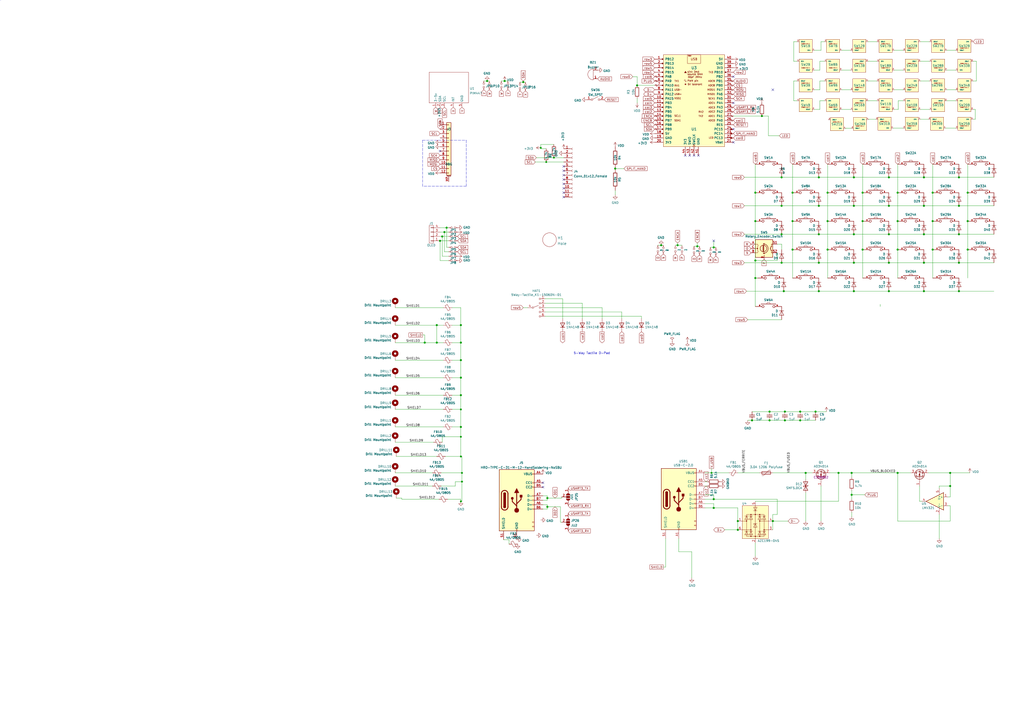
<source format=kicad_sch>
(kicad_sch (version 20211123) (generator eeschema)
  (paper "A2")
  (junction (at 474.98 119.38) (diameter 1.016))
  (junction (at 303.53 47.625) (diameter 1.016))
  (junction (at 414.02 143.51) (diameter 1.016))
  (junction (at 500.38 128.27) (diameter 1.016))
  (junction (at 480.06 128.27) (diameter 1.016))
  (junction (at 500.38 144.78) (diameter 1.016))
  (junction (at 495.3 119.38) (diameter 1.016))
  (junction (at 317.5 288.925) (diameter 1.016))
  (junction (at 473.075 238.76) (diameter 1.016))
  (junction (at 556.26 119.38) (diameter 1.016))
  (junction (at 467.36 274.32) (diameter 1.016))
  (junction (at 316.865 93.98))
  (junction (at 427.99 307.34) (diameter 1.016))
  (junction (at 267.335 208.915) (diameter 1.016))
  (junction (at 480.06 111.76) (diameter 1.016))
  (junction (at 459.74 128.27) (diameter 1.016))
  (junction (at 515.62 152.4) (diameter 1.016))
  (junction (at 267.335 188.595) (diameter 1.016))
  (junction (at 414.02 294.64) (diameter 1.016))
  (junction (at 259.08 132.08) (diameter 1.016))
  (junction (at 495.3 152.4) (diameter 1.016))
  (junction (at 393.065 142.24) (diameter 1.016))
  (junction (at 494.03 287.02) (diameter 1.016))
  (junction (at 253.365 198.755) (diameter 1.016))
  (junction (at 253.365 188.595) (diameter 1.016))
  (junction (at 459.74 111.76) (diameter 1.016))
  (junction (at 464.185 243.84) (diameter 1.016))
  (junction (at 541.02 144.78) (diameter 1.016))
  (junction (at 453.39 135.89) (diameter 1.016))
  (junction (at 255.27 139.7) (diameter 1.016))
  (junction (at 446.405 243.84) (diameter 1.016))
  (junction (at 535.94 168.91) (diameter 1.016))
  (junction (at 257.81 134.62) (diameter 1.016))
  (junction (at 474.98 135.89) (diameter 1.016))
  (junction (at 455.295 238.76) (diameter 1.016))
  (junction (at 515.62 119.38) (diameter 1.016))
  (junction (at 520.7 274.32) (diameter 1.016))
  (junction (at 556.26 102.87) (diameter 1.016))
  (junction (at 453.39 152.4) (diameter 1.016))
  (junction (at 267.335 264.795))
  (junction (at 495.3 102.87) (diameter 1.016))
  (junction (at 480.06 144.78) (diameter 1.016))
  (junction (at 453.39 102.87) (diameter 1.016))
  (junction (at 535.94 135.89) (diameter 1.016))
  (junction (at 556.26 168.91) (diameter 1.016))
  (junction (at 267.335 237.49))
  (junction (at 267.335 247.65) (diameter 1.016))
  (junction (at 317.5 294.005) (diameter 1.016))
  (junction (at 474.98 152.4) (diameter 1.016))
  (junction (at 383.54 142.24) (diameter 1.016))
  (junction (at 369.57 49.53) (diameter 1.016))
  (junction (at 535.94 152.4) (diameter 1.016))
  (junction (at 515.62 102.87) (diameter 1.016))
  (junction (at 356.87 97.79) (diameter 1.016))
  (junction (at 414.02 289.56) (diameter 1.016))
  (junction (at 267.335 219.075) (diameter 1.016))
  (junction (at 556.26 152.4) (diameter 1.016))
  (junction (at 541.02 111.76) (diameter 1.016))
  (junction (at 267.97 274.32))
  (junction (at 474.98 168.91) (diameter 1.016))
  (junction (at 464.185 238.76) (diameter 1.016))
  (junction (at 541.02 128.27) (diameter 1.016))
  (junction (at 267.335 290.83))
  (junction (at 448.31 302.26) (diameter 1.016))
  (junction (at 313.69 85.725))
  (junction (at 551.18 274.32) (diameter 1.016))
  (junction (at 459.74 144.78) (diameter 1.016))
  (junction (at 438.15 128.27) (diameter 1.016))
  (junction (at 267.335 253.365))
  (junction (at 292.735 46.99) (diameter 1.016))
  (junction (at 453.39 119.38) (diameter 1.016))
  (junction (at 551.18 281.94) (diameter 1.016))
  (junction (at 520.7 128.27) (diameter 1.016))
  (junction (at 412.75 274.32) (diameter 0.9144))
  (junction (at 500.38 111.76) (diameter 1.016))
  (junction (at 556.26 135.89) (diameter 1.016))
  (junction (at 438.15 111.76) (diameter 1.016))
  (junction (at 474.98 102.87) (diameter 1.016))
  (junction (at 438.15 151.13) (diameter 1.016))
  (junction (at 535.94 119.38) (diameter 1.016))
  (junction (at 535.94 102.87) (diameter 1.016))
  (junction (at 495.3 168.91) (diameter 1.016))
  (junction (at 427.99 302.26) (diameter 1.016))
  (junction (at 455.295 243.84) (diameter 1.016))
  (junction (at 454.66 168.91) (diameter 1.016))
  (junction (at 246.38 198.755) (diameter 1.016))
  (junction (at 515.62 135.89) (diameter 1.016))
  (junction (at 561.34 144.78) (diameter 1.016))
  (junction (at 520.7 144.78) (diameter 1.016))
  (junction (at 441.96 67.31) (diameter 1.016))
  (junction (at 494.03 274.32) (diameter 1.016))
  (junction (at 561.34 128.27) (diameter 1.016))
  (junction (at 438.15 161.29) (diameter 1.016))
  (junction (at 404.495 142.875) (diameter 1.016))
  (junction (at 520.7 111.76) (diameter 1.016))
  (junction (at 486.41 274.32) (diameter 1.016))
  (junction (at 256.54 137.16) (diameter 1.016))
  (junction (at 446.405 238.76) (diameter 1.016))
  (junction (at 267.97 279.4))
  (junction (at 267.335 229.235) (diameter 1.016))
  (junction (at 321.31 91.44))
  (junction (at 515.62 168.91) (diameter 1.016))
  (junction (at 436.245 243.84) (diameter 1.016))
  (junction (at 495.3 135.89) (diameter 1.016))
  (junction (at 282.575 46.99) (diameter 1.016))
  (junction (at 267.335 198.755) (diameter 1.016))
  (junction (at 561.34 111.76) (diameter 1.016))
  (no_connect (at 448.31 52.07))
  (no_connect (at 327.025 96.52))
  (no_connect (at 400.05 90.17))
  (no_connect (at 327.025 111.76))
  (no_connect (at 314.96 280.035))
  (no_connect (at 425.45 59.69))
  (no_connect (at 425.45 82.55))
  (no_connect (at 327.025 106.68))
  (no_connect (at 425.45 44.45))
  (no_connect (at 425.45 74.93))
  (no_connect (at 397.51 90.17))
  (no_connect (at 327.025 99.06))
  (no_connect (at 405.13 90.17))
  (no_connect (at 327.025 104.14))
  (no_connect (at 414.02 139.7))
  (no_connect (at 255.27 87.63))
  (no_connect (at 327.025 109.22))
  (no_connect (at 314.96 282.575))
  (no_connect (at 327.025 114.3))
  (no_connect (at 402.59 90.17))
  (no_connect (at 327.025 101.6))
  (wire (pts (xy 259.08 132.08) (xy 259.08 143.51)))
  (wire (pts (xy 256.54 256.54) (xy 256.54 253.365)))
  (polyline (pts (xy 270.51 81.28) (xy 270.51 107.95)) (stroke (width 0) (type dash)))
  (wire (pts (xy 229.235 178.435) (xy 257.175 178.435)))
  (wire (pts (xy 317.5 290.195) (xy 314.96 290.195)))
  (wire (pts (xy 229.235 219.075) (xy 257.175 219.075)))
  (wire (pts (xy 317.5 292.735) (xy 317.5 294.005)))
  (wire (pts (xy 478.155 58.42) (xy 475.615 58.42)))
  (wire (pts (xy 520.7 95.25) (xy 520.7 111.76)))
  (wire (pts (xy 448.31 274.32) (xy 467.36 274.32)))
  (wire (pts (xy 257.81 134.62) (xy 260.35 134.62)))
  (wire (pts (xy 474.98 135.89) (xy 453.39 135.89)))
  (wire (pts (xy 283.845 46.99) (xy 282.575 46.99)))
  (wire (pts (xy 325.755 288.925) (xy 325.755 288.29)))
  (wire (pts (xy 475.615 35.56) (xy 478.155 35.56)))
  (wire (pts (xy 566.42 46.99) (xy 566.42 35.56)))
  (wire (pts (xy 464.185 243.84) (xy 473.075 243.84)))
  (polyline (pts (xy 245.11 81.28) (xy 270.51 81.28)) (stroke (width 0) (type dash)))
  (wire (pts (xy 255.27 151.13) (xy 260.35 151.13)))
  (wire (pts (xy 267.97 274.32) (xy 267.97 279.4)))
  (wire (pts (xy 321.31 83.82) (xy 313.69 83.82)))
  (wire (pts (xy 292.735 46.99) (xy 294.64 46.99)))
  (wire (pts (xy 561.34 144.78) (xy 561.34 161.29)))
  (wire (pts (xy 404.495 140.97) (xy 404.495 142.875)))
  (wire (pts (xy 541.02 95.25) (xy 541.02 111.76)))
  (wire (pts (xy 475.615 46.99) (xy 475.615 52.07)))
  (wire (pts (xy 454.66 168.91) (xy 474.98 168.91)))
  (wire (pts (xy 264.16 279.4) (xy 267.97 279.4)))
  (wire (pts (xy 420.37 307.34) (xy 427.99 307.34)))
  (wire (pts (xy 257.81 134.62) (xy 257.81 146.05)))
  (wire (pts (xy 367.03 44.45) (xy 369.57 44.45)))
  (wire (pts (xy 262.255 229.235) (xy 267.335 229.235)))
  (wire (pts (xy 453.39 119.38) (xy 474.98 119.38)))
  (wire (pts (xy 534.035 35.56) (xy 539.115 35.56)))
  (wire (pts (xy 556.26 102.87) (xy 535.94 102.87)))
  (wire (pts (xy 229.235 208.915) (xy 257.175 208.915)))
  (wire (pts (xy 476.25 24.13) (xy 478.155 24.13)))
  (wire (pts (xy 356.87 110.49) (xy 356.87 113.03)))
  (wire (pts (xy 518.795 29.21) (xy 523.875 29.21)))
  (wire (pts (xy 414.02 139.7) (xy 414.02 143.51)))
  (wire (pts (xy 460.375 35.56) (xy 460.375 24.13)))
  (wire (pts (xy 303.53 46.99) (xy 303.53 47.625)))
  (wire (pts (xy 427.99 274.32) (xy 440.69 274.32)))
  (wire (pts (xy 316.23 178.435) (xy 349.25 178.435)))
  (wire (pts (xy 535.94 168.91) (xy 556.26 168.91)))
  (wire (pts (xy 427.99 294.64) (xy 427.99 302.26)))
  (wire (pts (xy 427.99 302.26) (xy 427.99 307.34)))
  (wire (pts (xy 549.275 52.07) (xy 554.355 52.07)))
  (wire (pts (xy 267.335 247.65) (xy 267.335 253.365)))
  (wire (pts (xy 262.255 198.755) (xy 267.335 198.755)))
  (wire (pts (xy 534.035 69.215) (xy 538.48 69.215)))
  (wire (pts (xy 414.02 294.64) (xy 427.99 294.64)))
  (wire (pts (xy 488.315 52.07) (xy 493.395 52.07)))
  (wire (pts (xy 255.905 281.94) (xy 264.16 281.94)))
  (wire (pts (xy 316.23 175.895) (xy 337.82 175.895)))
  (wire (pts (xy 518.795 52.07) (xy 523.875 52.07)))
  (wire (pts (xy 459.74 95.25) (xy 459.74 111.76)))
  (wire (pts (xy 393.7 320.04) (xy 401.32 320.04)))
  (wire (pts (xy 448.31 307.34) (xy 448.31 302.26)))
  (wire (pts (xy 255.905 274.32) (xy 267.97 274.32)))
  (wire (pts (xy 431.8 102.87) (xy 453.39 102.87)))
  (wire (pts (xy 476.25 29.21) (xy 476.25 24.13)))
  (wire (pts (xy 414.02 143.51) (xy 412.115 143.51)))
  (wire (pts (xy 267.335 253.365) (xy 267.335 264.795)))
  (wire (pts (xy 450.85 141.605) (xy 453.39 141.605)))
  (wire (pts (xy 453.39 141.605) (xy 453.39 144.78)))
  (wire (pts (xy 431.8 152.4) (xy 453.39 152.4)))
  (wire (pts (xy 460.375 24.13) (xy 462.28 24.13)))
  (wire (pts (xy 317.5 287.655) (xy 317.5 288.925)))
  (wire (pts (xy 564.515 46.99) (xy 566.42 46.99)))
  (wire (pts (xy 480.06 144.78) (xy 480.06 161.29)))
  (wire (pts (xy 467.36 278.13) (xy 467.36 274.32)))
  (wire (pts (xy 337.82 175.895) (xy 337.82 184.785)))
  (wire (pts (xy 360.68 180.975) (xy 360.68 184.785)))
  (wire (pts (xy 436.245 243.84) (xy 446.405 243.84)))
  (wire (pts (xy 414.02 294.64) (xy 408.94 294.64)))
  (wire (pts (xy 267.335 198.755) (xy 267.335 208.915)))
  (wire (pts (xy 494.03 274.32) (xy 520.7 274.32)))
  (wire (pts (xy 259.715 289.56) (xy 267.335 289.56)))
  (wire (pts (xy 490.601 74.422) (xy 490.601 74.549)))
  (wire (pts (xy 493.776 74.422) (xy 490.601 74.422)))
  (wire (pts (xy 441.96 67.31) (xy 445.77 67.31)))
  (wire (pts (xy 494.03 287.02) (xy 494.03 289.56)))
  (wire (pts (xy 488.315 29.21) (xy 493.395 29.21)))
  (wire (pts (xy 229.87 288.925) (xy 233.045 288.925)))
  (wire (pts (xy 431.8 119.38) (xy 453.39 119.38)))
  (wire (pts (xy 500.38 111.76) (xy 500.38 128.27)))
  (wire (pts (xy 260.35 139.7) (xy 255.27 139.7)))
  (wire (pts (xy 556.26 102.87) (xy 576.58 102.87)))
  (wire (pts (xy 455.295 238.76) (xy 464.185 238.76)))
  (wire (pts (xy 474.98 168.91) (xy 495.3 168.91)))
  (wire (pts (xy 414.02 289.56) (xy 450.85 289.56)))
  (wire (pts (xy 290.83 46.99) (xy 292.735 46.99)))
  (wire (pts (xy 259.08 143.51) (xy 260.35 143.51)))
  (wire (pts (xy 450.85 146.685) (xy 450.85 151.13)))
  (wire (pts (xy 450.85 151.13) (xy 438.15 151.13)))
  (wire (pts (xy 372.11 183.515) (xy 372.11 184.785)))
  (wire (pts (xy 445.77 78.74) (xy 452.12 78.74)))
  (wire (pts (xy 384.81 142.24) (xy 383.54 142.24)))
  (wire (pts (xy 292.1 313.055) (xy 295.275 313.055)))
  (wire (pts (xy 257.81 146.05) (xy 260.35 146.05)))
  (wire (pts (xy 412.75 274.32) (xy 422.91 274.32)))
  (wire (pts (xy 255.27 134.62) (xy 257.81 134.62)))
  (wire (pts (xy 510.54 177.8) (xy 510.54 176.53)))
  (wire (pts (xy 561.34 128.27) (xy 561.34 144.78)))
  (wire (pts (xy 520.7 302.26) (xy 520.7 274.32)))
  (wire (pts (xy 262.255 219.075) (xy 267.335 219.075)))
  (wire (pts (xy 313.69 83.82) (xy 313.69 85.725)))
  (wire (pts (xy 317.5 288.925) (xy 325.755 288.925)))
  (wire (pts (xy 486.41 290.83) (xy 486.41 274.32)))
  (wire (pts (xy 314.96 292.735) (xy 317.5 292.735)))
  (wire (pts (xy 317.5 288.925) (xy 317.5 290.195)))
  (wire (pts (xy 534.035 63.5) (xy 539.115 63.5)))
  (wire (pts (xy 486.41 274.32) (xy 481.33 274.32)))
  (wire (pts (xy 518.16 74.295) (xy 523.875 74.295)))
  (wire (pts (xy 316.23 183.515) (xy 372.11 183.515)))
  (wire (pts (xy 393.065 140.97) (xy 393.065 142.24)))
  (wire (pts (xy 503.555 24.13) (xy 508.635 24.13)))
  (wire (pts (xy 316.865 86.36) (xy 313.69 86.36)))
  (wire (pts (xy 480.06 128.27) (xy 480.06 144.78)))
  (wire (pts (xy 541.02 111.76) (xy 541.02 128.27)))
  (wire (pts (xy 551.18 302.26) (xy 520.7 302.26)))
  (wire (pts (xy 317.5 294.005) (xy 325.12 294.005)))
  (wire (pts (xy 462.28 58.42) (xy 460.375 58.42)))
  (wire (pts (xy 515.62 102.87) (xy 535.94 102.87)))
  (wire (pts (xy 495.3 119.38) (xy 515.62 119.38)))
  (wire (pts (xy 500.38 128.27) (xy 500.38 144.78)))
  (wire (pts (xy 556.26 119.38) (xy 576.58 119.38)))
  (wire (pts (xy 383.54 142.24) (xy 381.635 142.24)))
  (wire (pts (xy 303.53 47.625) (xy 301.625 47.625)))
  (wire (pts (xy 262.255 188.595) (xy 267.335 188.595)))
  (wire (pts (xy 316.23 173.355) (xy 326.39 173.355)))
  (wire (pts (xy 556.26 135.89) (xy 576.58 135.89)))
  (wire (pts (xy 556.26 168.91) (xy 576.58 168.91)))
  (wire (pts (xy 255.27 137.16) (xy 256.54 137.16)))
  (wire (pts (xy 414.02 289.56) (xy 408.94 289.56)))
  (wire (pts (xy 556.26 152.4) (xy 576.58 152.4)))
  (wire (pts (xy 488.315 63.5) (xy 493.395 63.5)))
  (wire (pts (xy 534.035 24.13) (xy 539.115 24.13)))
  (wire (pts (xy 306.07 178.435) (xy 303.53 178.435)))
  (wire (pts (xy 369.57 49.53) (xy 369.57 44.45)))
  (wire (pts (xy 446.405 243.84) (xy 455.295 243.84)))
  (wire (pts (xy 520.7 111.76) (xy 520.7 128.27)))
  (wire (pts (xy 267.335 188.595) (xy 267.335 198.755)))
  (wire (pts (xy 436.245 238.76) (xy 446.405 238.76)))
  (wire (pts (xy 267.97 279.4) (xy 268.605 279.4)))
  (wire (pts (xy 551.18 281.94) (xy 551.18 288.29)))
  (wire (pts (xy 459.74 128.27) (xy 459.74 144.78)))
  (wire (pts (xy 412.75 271.78) (xy 412.75 274.32)))
  (wire (pts (xy 495.3 102.87) (xy 515.62 102.87)))
  (wire (pts (xy 551.18 288.29) (xy 549.91 288.29)))
  (wire (pts (xy 369.57 57.15) (xy 369.57 59.69)))
  (wire (pts (xy 541.02 144.78) (xy 541.02 161.29)))
  (wire (pts (xy 453.39 102.87) (xy 474.98 102.87)))
  (wire (pts (xy 259.08 132.08) (xy 260.35 132.08)))
  (wire (pts (xy 393.065 142.24) (xy 395.605 142.24)))
  (wire (pts (xy 408.94 292.1) (xy 414.02 292.1)))
  (wire (pts (xy 267.335 264.795) (xy 267.97 264.795)))
  (wire (pts (xy 551.18 293.37) (xy 551.18 302.26)))
  (wire (pts (xy 229.235 229.235) (xy 257.175 229.235)))
  (wire (pts (xy 561.34 111.76) (xy 561.34 95.25)))
  (wire (pts (xy 566.42 35.56) (xy 564.515 35.56)))
  (wire (pts (xy 472.44 29.21) (xy 476.25 29.21)))
  (wire (pts (xy 495.3 102.87) (xy 474.98 102.87)))
  (wire (pts (xy 549.275 29.21) (xy 554.355 29.21)))
  (wire (pts (xy 495.3 152.4) (xy 474.98 152.4)))
  (wire (pts (xy 408.94 274.32) (xy 412.75 274.32)))
  (wire (pts (xy 267.97 279.4) (xy 267.97 290.83)))
  (wire (pts (xy 551.18 274.32) (xy 562.61 274.32)))
  (wire (pts (xy 503.555 58.42) (xy 508.635 58.42)))
  (wire (pts (xy 438.15 111.76) (xy 438.15 128.27)))
  (wire (pts (xy 515.62 119.38) (xy 535.94 119.38)))
  (wire (pts (xy 433.705 243.84) (xy 436.245 243.84)))
  (wire (pts (xy 495.3 135.89) (xy 515.62 135.89)))
  (wire (pts (xy 258.3848 264.795) (xy 267.335 264.795)))
  (wire (pts (xy 229.235 281.94) (xy 250.825 281.94)))
  (wire (pts (xy 500.38 144.78) (xy 500.38 161.29)))
  (wire (pts (xy 544.83 283.21) (xy 544.83 281.94)))
  (wire (pts (xy 262.255 208.915) (xy 267.335 208.915)))
  (wire (pts (xy 384.81 328.93) (xy 386.08 328.93)))
  (wire (pts (xy 544.83 298.45) (xy 544.83 312.42)))
  (wire (pts (xy 267.335 229.235) (xy 267.335 237.49)))
  (wire (pts (xy 438.15 128.27) (xy 438.15 151.13)))
  (wire (pts (xy 438.15 151.13) (xy 438.15 161.29)))
  (wire (pts (xy 438.15 95.25) (xy 438.15 111.76)))
  (wire (pts (xy 533.4 290.83) (xy 534.67 290.83)))
  (wire (pts (xy 405.765 142.875) (xy 404.495 142.875)))
  (wire (pts (xy 462.28 35.56) (xy 460.375 35.56)))
  (wire (pts (xy 229.235 256.54) (xy 251.46 256.54)))
  (wire (pts (xy 267.335 237.49) (xy 267.335 247.65)))
  (wire (pts (xy 459.74 144.78) (xy 459.74 161.29)))
  (wire (pts (xy 256.54 253.365) (xy 267.335 253.365)))
  (wire (pts (xy 503.555 46.99) (xy 508.635 46.99)))
  (wire (pts (xy 475.615 40.64) (xy 475.615 35.56)))
  (wire (pts (xy 520.7 274.32) (xy 528.32 274.32)))
  (wire (pts (xy 256.54 137.16) (xy 260.35 137.16)))
  (wire (pts (xy 229.235 247.65) (xy 257.175 247.65)))
  (polyline (pts (xy 245.11 81.28) (xy 245.11 107.95)) (stroke (width 0) (type dash)))
  (wire (pts (xy 414.02 287.02) (xy 414.02 289.56)))
  (wire (pts (xy 518.795 40.64) (xy 523.875 40.64)))
  (wire (pts (xy 229.235 237.49) (xy 257.175 237.49)))
  (wire (pts (xy 361.95 97.79) (xy 356.87 97.79)))
  (wire (pts (xy 267.97 264.795) (xy 267.97 274.32)))
  (wire (pts (xy 295.275 313.055) (xy 295.275 315.595)))
  (wire (pts (xy 256.54 137.16) (xy 256.54 148.59)))
  (wire (pts (xy 535.94 135.89) (xy 556.26 135.89)))
  (wire (pts (xy 515.62 168.91) (xy 535.94 168.91)))
  (wire (pts (xy 317.5 295.275) (xy 314.96 295.275)))
  (wire (pts (xy 401.32 320.04) (xy 401.32 335.28)))
  (wire (pts (xy 233.045 288.925) (xy 233.045 289.56)))
  (wire (pts (xy 404.495 142.875) (xy 402.59 142.875)))
  (wire (pts (xy 500.38 95.25) (xy 500.38 111.76)))
  (wire (pts (xy 460.375 58.42) (xy 460.375 46.99)))
  (wire (pts (xy 408.94 287.02) (xy 414.02 287.02)))
  (wire (pts (xy 549.275 40.64) (xy 554.355 40.64)))
  (wire (pts (xy 311.15 91.44) (xy 321.31 91.44)))
  (wire (pts (xy 253.365 198.755) (xy 253.365 188.595)))
  (wire (pts (xy 453.39 152.4) (xy 474.98 152.4)))
  (wire (pts (xy 229.235 198.755) (xy 246.38 198.755)))
  (wire (pts (xy 246.38 198.755) (xy 253.365 198.755)))
  (wire (pts (xy 253.365 198.755) (xy 257.175 198.755)))
  (wire (pts (xy 438.15 161.29) (xy 438.15 177.8)))
  (wire (pts (xy 460.375 46.99) (xy 462.28 46.99)))
  (wire (pts (xy 495.3 135.89) (xy 474.98 135.89)))
  (wire (pts (xy 304.8 47.625) (xy 303.53 47.625)))
  (wire (pts (xy 267.335 289.56) (xy 267.335 290.83)))
  (wire (pts (xy 438.15 314.96) (xy 438.15 322.58)))
  (wire (pts (xy 313.69 86.36) (xy 313.69 85.725)))
  (wire (pts (xy 494.03 297.18) (xy 494.03 299.72)))
  (wire (pts (xy 448.31 302.26) (xy 457.2 302.26)))
  (wire (pts (xy 282.575 46.99) (xy 280.67 46.99)))
  (wire (pts (xy 544.83 281.94) (xy 551.18 281.94)))
  (wire (pts (xy 262.255 237.49) (xy 267.335 237.49)))
  (wire (pts (xy 408.94 281.94) (xy 410.21 281.94)))
  (wire (pts (xy 267.335 208.915) (xy 267.335 219.075)))
  (wire (pts (xy 267.335 219.075) (xy 267.335 229.235)))
  (wire (pts (xy 515.62 135.89) (xy 535.94 135.89)))
  (wire (pts (xy 549.275 58.42) (xy 554.355 58.42)))
  (wire (pts (xy 564.515 63.5) (xy 565.785 63.5)))
  (wire (pts (xy 565.785 63.5) (xy 565.785 69.215)))
  (wire (pts (xy 565.785 69.215) (xy 564.515 69.215)))
  (wire (pts (xy 316.865 93.98) (xy 327.025 93.98)))
  (wire (pts (xy 369.57 49.53) (xy 379.73 49.53)))
  (wire (pts (xy 459.74 111.76) (xy 459.74 128.27)))
  (wire (pts (xy 267.97 290.83) (xy 267.335 290.83)))
  (wire (pts (xy 229.235 188.595) (xy 253.365 188.595)))
  (wire (pts (xy 253.365 188.595) (xy 257.175 188.595)))
  (wire (pts (xy 467.36 285.75) (xy 467.36 302.26)))
  (wire (pts (xy 317.5 294.005) (xy 317.5 295.275)))
  (wire (pts (xy 233.045 289.56) (xy 254.635 289.56)))
  (wire (pts (xy 262.255 178.435) (xy 267.335 178.435)))
  (wire (pts (xy 538.48 274.32) (xy 551.18 274.32)))
  (wire (pts (xy 316.23 180.975) (xy 360.68 180.975)))
  (wire (pts (xy 503.555 35.56) (xy 508.635 35.56)))
  (wire (pts (xy 521.081 58.42) (xy 521.081 63.5)))
  (wire (pts (xy 521.081 63.5) (xy 518.795 63.5)))
  (wire (pts (xy 523.875 58.42) (xy 521.081 58.42)))
  (wire (pts (xy 486.41 274.32) (xy 494.03 274.32)))
  (wire (pts (xy 386.08 312.42) (xy 386.08 328.93)))
  (wire (pts (xy 464.185 238.76) (xy 473.075 238.76)))
  (wire (pts (xy 520.7 144.78) (xy 520.7 161.29)))
  (wire (pts (xy 533.4 281.94) (xy 533.4 290.83)))
  (wire (pts (xy 495.3 119.38) (xy 474.98 119.38)))
  (wire (pts (xy 438.15 161.29) (xy 439.42 161.29)))
  (wire (pts (xy 264.16 279.4) (xy 264.16 281.94)))
  (wire (pts (xy 433.705 185.42) (xy 453.39 185.42)))
  (polyline (pts (xy 270.51 107.95) (xy 245.11 107.95)) (stroke (width 0) (type dash)))
  (wire (pts (xy 534.035 46.99) (xy 539.115 46.99)))
  (wire (pts (xy 480.06 95.25) (xy 480.06 111.76)))
  (wire (pts (xy 520.7 128.27) (xy 520.7 144.78)))
  (wire (pts (xy 408.94 279.4) (xy 410.21 279.4)))
  (wire (pts (xy 445.77 67.31) (xy 445.77 78.74)))
  (wire (pts (xy 561.34 128.27) (xy 561.34 111.76)))
  (wire (pts (xy 446.405 238.76) (xy 455.295 238.76)))
  (wire (pts (xy 480.06 111.76) (xy 480.06 128.27)))
  (wire (pts (xy 321.31 91.44) (xy 327.025 91.44)))
  (wire (pts (xy 494.03 276.86) (xy 494.03 274.32)))
  (wire (pts (xy 488.315 40.64) (xy 493.395 40.64)))
  (wire (pts (xy 438.15 290.83) (xy 486.41 290.83)))
  (wire (pts (xy 478.155 46.99) (xy 475.615 46.99)))
  (wire (pts (xy 551.18 281.94) (xy 551.18 274.32)))
  (wire (pts (xy 472.44 52.07) (xy 475.615 52.07)))
  (wire (pts (xy 475.615 58.42) (xy 475.615 63.5)))
  (wire (pts (xy 472.44 40.64) (xy 475.615 40.64)))
  (wire (pts (xy 326.39 173.355) (xy 326.39 184.785)))
  (wire (pts (xy 467.36 274.32) (xy 471.17 274.32)))
  (wire (pts (xy 393.7 312.42) (xy 393.7 320.04)))
  (wire (pts (xy 391.795 142.24) (xy 393.065 142.24)))
  (wire (pts (xy 314.96 287.655) (xy 317.5 287.655)))
  (wire (pts (xy 515.62 152.4) (xy 535.94 152.4)))
  (wire (pts (xy 476.25 281.94) (xy 476.25 302.26)))
  (wire (pts (xy 267.335 178.435) (xy 267.335 188.595)))
  (wire (pts (xy 245.11 194.31) (xy 246.38 194.31)))
  (wire (pts (xy 246.38 194.31) (xy 246.38 198.755)))
  (wire (pts (xy 256.54 148.59) (xy 260.35 148.59)))
  (wire (pts (xy 494.03 284.48) (xy 494.03 287.02)))
  (wire (pts (xy 473.075 238.76) (xy 479.425 238.76)))
  (wire (pts (xy 425.45 67.31) (xy 441.96 67.31)))
  (wire (pts (xy 501.65 287.02) (xy 494.03 287.02)))
  (wire (pts (xy 433.07 168.91) (xy 454.66 168.91)))
  (wire (pts (xy 495.3 152.4) (xy 515.62 152.4)))
  (wire (pts (xy 262.255 247.65) (xy 267.335 247.65)))
  (wire (pts (xy 229.235 274.32) (xy 250.825 274.32)))
  (wire (pts (xy 535.94 119.38) (xy 556.26 119.38)))
  (wire (pts (xy 349.25 178.435) (xy 349.25 184.785)))
  (wire (pts (xy 415.29 143.51) (xy 414.02 143.51)))
  (wire (pts (xy 503.936 69.215) (xy 503.936 69.342)))
  (wire (pts (xy 508 69.215) (xy 503.936 69.215)))
  (wire (pts (xy 325.12 294.005) (xy 325.12 302.895)))
  (wire (pts (xy 255.27 132.08) (xy 259.08 132.08)))
  (wire (pts (xy 448.31 298.45) (xy 448.31 302.26)))
  (wire (pts (xy 450.85 289.56) (xy 450.85 298.45)))
  (wire (pts (xy 450.85 298.45) (xy 448.31 298.45)))
  (wire (pts (xy 325.12 302.895) (xy 325.755 302.895)))
  (wire (pts (xy 548.64 74.295) (xy 554.355 74.295)))
  (wire (pts (xy 472.44 63.5) (xy 475.615 63.5)))
  (wire (pts (xy 535.94 152.4) (xy 556.26 152.4)))
  (wire (pts (xy 229.87 264.795) (xy 253.3048 264.795)))
  (wire (pts (xy 255.27 139.7) (xy 255.27 151.13)))
  (wire (pts (xy 541.02 144.78) (xy 541.02 128.27)))
  (wire (pts (xy 495.3 168.91) (xy 515.62 168.91)))
  (wire (pts (xy 455.295 243.84) (xy 464.185 243.84)))
  (wire (pts (xy 414.02 292.1) (xy 414.02 294.64)))
  (wire (pts (xy 310.515 93.98) (xy 316.865 93.98)))
  (wire (pts (xy 549.91 293.37) (xy 551.18 293.37)))
  (wire (pts (xy 431.8 135.89) (xy 453.39 135.89)))
  (text "5-Way Tactile D-Pad" (at 332.74 205.74 0) (effects (font (size 1.27 1.27)) (justify left bottom)))
  (text "(kicad_pcb (version 20211014) (generator pcbnew)\n\n(layers\n  (0 \"F.Cu\" signal)\n  (31 \"B.Cu\" signal)\n  (32 \"B.Adhes\" user \"B.Adhesive\")\n  (33 \"F.Adhes\" user \"F.Adhesive\")\n  (34 \"B.Paste\" user)\n  (35 \"F.Paste\" user)\n  (36 \"B.SilkS\" user \"B.Silkscreen\")\n  (37 \"F.SilkS\" user \"F.Silkscreen\")\n  (38 \"B.Mask\" user)\n  (39 \"F.Mask\" user)\n  (40 \"Dwgs.User\" user \"User.Drawings\")\n  (41 \"Cmts.User\" user \"User.Comments\")\n  (42 \"Eco1.User\" user \"User.Eco1\")\n  (43 \"Eco2.User\" user \"User.Eco2\")\n  (44 \"Edge.Cuts\" user)\n  (45 \"Margin\" user)\n  (46 \"B.CrtYd\" user \"B.Courtyard\")\n  (47 \"F.CrtYd\" user \"F.Courtyard\")\n  (48 \"B.Fab\" user)\n  (49 \"F.Fab\" user)\n  (50 \"User.1\" user)\n  (51 \"User.2\" user)\n  (52 \"User.3\" user)\n  (53 \"User.4\" user)\n  (54 \"User.5\" user)\n  (55 \"User.6\" user)\n  (56 \"User.7\" user)\n  (57 \"User.8\" user)\n  (58 \"User.9\" user)\n)\n\n(net 0 \"\")\n(net 1 \"GND\")\n(net 2 \"AUDIO\")\n(net 3 \"col0\")\n(net 4 \"Net-(D1-Pad2)\")\n(net 5 \"col5\")\n(net 6 \"Net-(D2-Pad2)\")\n(net 7 \"col4\")\n(net 8 \"Net-(D3-Pad2)\")\n(net 9 \"col3\")\n(net 10 \"Net-(D4-Pad2)\")\n(net 11 \"col2\")\n(net 12 \"Net-(D5-Pad2)\")\n(net 13 \"Net-(D6-Pad1)\")\n(net 14 \"row0\")\n(net 15 \"Net-(D7-Pad1)\")\n(net 16 \"row1\")\n(net 17 \"Net-(D8-Pad1)\")\n(net 18 \"row2\")\n(net 19 \"Net-(D9-Pad1)\")\n(net 20 \"row3\")\n(net 21 \"Net-(D10-Pad1)\")\n(net 22 \"row4\")\n(net 23 \"row5\")\n(net 24 \"Net-(D14-Pad1)\")\n(net 25 \"Net-(D15-Pad1)\")\n(net 26 \"Net-(D16-Pad1)\")\n(net 27 \"Net-(D17-Pad1)\")\n(net 28 \"Net-(D18-Pad1)\")\n(net 29 \"Net-(D19-Pad1)\")\n(net 30 \"Net-(D20-Pad1)\")\n(net 31 \"Net-(D21-Pad1)\")\n(net 32 \"Net-(D22-Pad1)\")\n(net 33 \"Net-(D23-Pad1)\")\n(net 34 \"Net-(D24-Pad1)\")\n(net 35 \"Net-(D25-Pad1)\")\n(net 36 \"Net-(D26-Pad1)\")\n(net 37 \"Net-(D27-Pad1)\")\n(net 38 \"Net-(D28-Pad1)\")\n(net 39 \"Net-(D29-Pad1)\")\n(net 40 \"Net-(D30-Pad1)\")\n(net 41 \"Net-(D31-Pad1)\")\n(net 42 \"Net-(D32-Pad1)\")\n(net 43 \"Net-(D33-Pad1)\")\n(net 44 \"Net-(D34-Pad1)\")\n(net 45 \"Net-(D35-Pad1)\")\n(net 46 \"Net-(D36-Pad1)\")\n(net 47 \"Net-(D37-Pad1)\")\n(net 48 \"Net-(D38-Pad1)\")\n(net 49 \"Net-(D39-Pad1)\")\n(net 50 \"Net-(D41-Pad1)\")\n(net 51 \"/SHIELD1\")\n(net 52 \"V_USB\")\n(net 53 \"Net-(J1-Pad4)\")\n(net 54 \"Net-(J1-Pad3)\")\n(net 55 \"Net-(J1-Pad1)\")\n(net 56 \"Net-(J1-Pad2)\")\n(net 57 \"CS\")\n(net 58 \"SCK\")\n(net 59 \"MOSI\")\n(net 60 \"MISO\")\n(net 61 \"SDA\")\n(net 62 \"SCL\")\n(net 63 \"V\")\n(net 64 \"W\")\n(net 65 \"USART3_TX\")\n(net 66 \"USART3_RX\")\n(net 67 \"Y\")\n(net 68 \"X\")\n(net 69 \"O\")\n(net 70 \"N\")\n(net 71 \"ENCA\")\n(net 72 \"M\")\n(net 73 \"P\")\n(net 74 \"ENCB\")\n(net 75 \"unconnected-(JP23-Pad2)\")\n(net 76 \"Net-(Q2-Pad1)\")\n(net 77 \"+3V3\")\n(net 78 \"SPLIT_HAND\")\n(net 79 \"cc2\")\n(net 80 \"LED\")\n(net 81 \"PLUG\")\n(net 82 \"Net-(SW1-Pad2)\")\n(net 83 \"Net-(D13-Pad1)\")\n(net 84 \"col6\")\n(net 85 \"Net-(D40-Pad1)\")\n(net 86 \"Net-(SW1-Pad4)\")\n(net 87 \"Net-(SW2-Pad2)\")\n(net 88 \"Net-(SW3-Pad4)\")\n(net 89 \"Net-(SW12-Pad4)\")\n(net 90 \"Net-(SW13-Pad2)\")\n(net 91 \"Net-(SW14-Pad4)\")\n(net 92 \"Net-(SW4-Pad2)\")\n(net 93 \"Net-(SW16-Pad4)\")\n(net 94 \"Net-(SW14-Pad2)\")\n(net 95 \"Net-(SW12-Pad2)\")\n(net 96 \"Net-(SW13-Pad4)\")\n(net 97 \"Net-(SW17-Pad4)\")\n(net 98 \"Net-(SW18-Pad2)\")\n(net 99 \"Net-(SW19-Pad4)\")\n(net 100 \"Net-(SW20-Pad2)\")\n(net 101 \"Net-(SW21-Pad4)\")\n(net 102 \"Net-(SW23-Pad2)\")\n(net 103 \"Net-(SW11-Pad4)\")\n(net 104 \"col1\")\n(net 105 \"Net-(SW15-Pad2)\")\n(net 106 \"Net-(SW22-Pad4)\")\n(net 107 \"Net-(SW28-Pad2)\")\n(net 108 \"Net-(SW24-Pad4)\")\n(net 109 \"unconnected-(U3-Pad21)\")\n(net 110 \"unconnected-(U3-Pad24)\")\n(net 111 \"unconnected-(U3-Pad25)\")\n(net 112 \"unconnected-(U3-Pad36)\")\n(net 113 \"D+\")\n(net 114 \"D-\")\n(net 115 \"SHIELD\")\n(net 116 \"/SHIELD5\")\n(net 117 \"/SHIELD6\")\n(net 118 \"/SHIELD8\")\n(net 119 \"/VBUS_FUSED\")\n(net 120 \"/VBUS_FERRITE\")\n(net 121 \"/VBUS_BLOCKED\")\n(net 122 \"VDD\")\n(net 123 \"Net-(SW27-Pad4)\")\n(net 124 \"Net-(SW33-Pad2)\")\n(net 125 \"Net-(SW3-Pad2)\")\n(net 126 \"Net-(SW29-Pad4)\")\n(net 127 \"Net-(SW10-Pad2)\")\n(net 128 \"Net-(SW10-Pad4)\")\n(net 129 \"Net-(SW30-Pad2)\")\n(net 130 \"unconnected-(SW21-Pad2)\")\n(net 131 \"Net-(SW25-Pad2)\")\n(net 132 \"Net-(SW26-Pad4)\")\n(net 133 \"Net-(SW31-Pad4)\")\n(net 134 \"Net-(D11-Pad1)\")\n(net 135 \"unconnected-(U3-Pad30)\")\n(net 136 \"/SHIELD4\")\n(net 137 \"cc1\")\n(net 138 \"Net-(J4-Pad3)\")\n(net 139 \"Net-(J4-Pad4)\")\n(net 140 \"unconnected-(J4-Pad5)\")\n(net 141 \"unconnected-(J4-Pad6)\")\n(net 142 \"unconnected-(J4-Pad7)\")\n(net 143 \"unconnected-(J4-Pad8)\")\n(net 144 \"unconnected-(J4-Pad9)\")\n(net 145 \"unconnected-(J4-Pad10)\")\n(net 146 \"unconnected-(J4-Pad11)\")\n(net 147 \"unconnected-(J4-Pad12)\")\n(net 148 \"Net-(J5-PadA1)\")\n(net 149 \"unconnected-(J5-PadA5)\")\n(net 150 \"DD1\")\n(net 151 \"DD2\")\n(net 152 \"unconnected-(J5-PadB5)\")\n(net 153 \"unconnected-(J3-Pad4)\")\n(net 154 \"unconnected-(J3-Pad7)\")\n\n\n  (segment (start -0.29 0) (end 0 0) (width 0.5) (layer \"B.Cu\") (net 122) (tstamp 7b43edaf-53d9-4ad8-b0ea-12f970f26c31))\n\n)" (at 0 0 0) (effects (font (size 1.27 1.27)) (justify left bottom)))
  (label "SHIELD13" (at 238.125 264.795 0))
  (label "VBUS_FERRITE" (at 432.435 274.32 90))
  (label "SHIELD4" (at 235.585 208.915 0))
  (label "SHIELD7" (at 236.22 237.49 0))
  (label "VBUS_FUSED" (at 458.47 274.32 90))
  (label "VBUS_BLOCKED" (at 504.825 274.32 0))
  (label "SHIELD12" (at 243.205 289.56 0))
  (label "SHIELD3" (at 235.585 198.755 0))
  (label "SHIELD10" (at 238.125 274.32 0))
  (label "SHIELD11" (at 239.395 281.94 0))
  (label "SHIELD9" (at 237.49 256.54 0))
  (label "SHIELD1" (at 235.585 178.435 0))
  (label "SHIELD8" (at 235.585 247.65 0))
  (label "SHIELD5" (at 235.585 219.075 0))
  (label "SHIELD2" (at 235.585 188.595 0))
  (label "SHIELD6" (at 235.585 229.235 0))
  (global_label "SDA" (shape input) (at 379.73 74.93 180) (property "Intersheet References" "${INTERSHEET_REFS}" (effects hide)))
  (global_label "col1" (shape input) (at 541.02 95.25 90) (property "Intersheet References" "${INTERSHEET_REFS}" (effects hide)))
  (global_label "M" (shape input) (at 435.61 141.605 180) (property "Intersheet References" "${INTERSHEET_REFS}" (effects hide)))
  (global_label "row0" (shape input) (at 431.8 102.87 180) (property "Intersheet References" "${INTERSHEET_REFS}" (effects hide)))
  (global_label "col4" (shape input) (at 480.06 95.25 90) (property "Intersheet References" "${INTERSHEET_REFS}" (effects hide)))
  (global_label "SPLIT_HAND" (shape input) (at 425.45 77.47 0) (property "Intersheet References" "${INTERSHEET_REFS}" (effects hide)))
  (global_label "row0" (shape input) (at 367.03 44.45 180) (property "Intersheet References" "${INTERSHEET_REFS}" (effects hide)))
  (global_label "X" (shape input) (at 304.8 52.705 270) (property "Intersheet References" "${INTERSHEET_REFS}" (effects hide)))
  (global_label "SHIELD" (shape passive) (at 384.81 328.93 180) (property "Intersheet References" "${INTERSHEET_REFS}" (effects hide)))
  (global_label "PLUG" (shape input) (at 501.65 287.02 0) (property "Intersheet References" "${INTERSHEET_REFS}" (effects hide)))
  (global_label "col6" (shape input) (at 379.73 44.45 180) (property "Intersheet References" "${INTERSHEET_REFS}" (effects hide)))
  (global_label "row3" (shape input) (at 431.8 152.4 180) (property "Intersheet References" "${INTERSHEET_REFS}" (effects hide)))
  (global_label "X" (shape input) (at 262.89 62.23 270) (property "Intersheet References" "${INTERSHEET_REFS}" (effects hide)))
  (global_label "P" (shape input) (at 443.23 150.495 270) (property "Intersheet References" "${INTERSHEET_REFS}" (effects hide)))
  (global_label "Y" (shape input) (at 255.27 62.23 270) (property "Intersheet References" "${INTERSHEET_REFS}" (effects hide)))
  (global_label "SDA" (shape input) (at 265.43 139.7 0) (property "Intersheet References" "${INTERSHEET_REFS}" (effects hide)))
  (global_label "col2" (shape output) (at 349.25 192.405 270) (property "Intersheet References" "${INTERSHEET_REFS}" (effects hide)))
  (global_label "SPLIT_HAND" (shape input) (at 361.95 97.79 0) (property "Intersheet References" "${INTERSHEET_REFS}" (effects hide)))
  (global_label "V_USB" (shape passive) (at 412.75 271.78 90) (property "Intersheet References" "${INTERSHEET_REFS}" (effects hide)))
  (global_label "LED" (shape input) (at 564.515 24.13 0) (property "Intersheet References" "${INTERSHEET_REFS}" (effects hide)))
  (global_label "col3" (shape input) (at 379.73 62.23 180) (property "Intersheet References" "${INTERSHEET_REFS}" (effects hide)))
  (global_label "cc1" (shape input) (at 409.575 279.4 90) (property "Intersheet References" "${INTERSHEET_REFS}" (effects hide)))
  (global_label "D+" (shape bidirectional) (at 379.73 54.61 180) (property "Intersheet References" "${INTERSHEET_REFS}" (effects hide)))
  (global_label "row3" (shape input) (at 379.73 34.29 180) (property "Intersheet References" "${INTERSHEET_REFS}" (effects hide)))
  (global_label "row1" (shape input) (at 431.8 119.38 180) (property "Intersheet References" "${INTERSHEET_REFS}" (effects hide)))
  (global_label "P" (shape input) (at 395.605 147.32 270) (property "Intersheet References" "${INTERSHEET_REFS}" (effects hide)))
  (global_label "LED" (shape input) (at 452.12 78.74 0) (property "Intersheet References" "${INTERSHEET_REFS}" (effects hide)))
  (global_label "SCL" (shape input) (at 265.43 137.16 0) (property "Intersheet References" "${INTERSHEET_REFS}" (effects hide)))
  (global_label "row1" (shape input) (at 379.73 41.91 180) (property "Intersheet References" "${INTERSHEET_REFS}" (effects hide)))
  (global_label "SCL" (shape input) (at 379.73 72.39 180) (property "Intersheet References" "${INTERSHEET_REFS}" (effects hide)))
  (global_label "col0" (shape input) (at 372.11 192.405 270) (property "Intersheet References" "${INTERSHEET_REFS}" (effects hide)))
  (global_label "row5" (shape input) (at 433.705 185.42 180) (property "Intersheet References" "${INTERSHEET_REFS}" (effects hide)))
  (global_label "col3" (shape output) (at 337.82 192.405 270) (property "Intersheet References" "${INTERSHEET_REFS}" (effects hide)))
  (global_label "SCL" (shape input) (at 255.27 77.47 180) (property "Intersheet References" "${INTERSHEET_REFS}" (effects hide)))
  (global_label "N" (shape input) (at 435.61 146.685 180) (property "Intersheet References" "${INTERSHEET_REFS}" (effects hide)))
  (global_label "CS" (shape input) (at 255.27 97.79 180) (property "Intersheet References" "${INTERSHEET_REFS}" (effects hide)))
  (global_label "RESET" (shape input) (at 350.52 57.785 0) (property "Intersheet References" "${INTERSHEET_REFS}" (effects hide)))
  (global_label "row5" (shape input) (at 379.73 36.83 180) (property "Intersheet References" "${INTERSHEET_REFS}" (effects hide)))
  (global_label "DD2" (shape input) (at 321.945 294.005 270) (property "Intersheet References" "${INTERSHEET_REFS}" (effects hide)))
  (global_label "O" (shape input) (at 435.61 144.145 180) (property "Intersheet References" "${INTERSHEET_REFS}" (effects hide)))
  (global_label "SCL" (shape input) (at 257.81 62.23 270) (property "Intersheet References" "${INTERSHEET_REFS}" (effects hide)))
  (global_label "col6" (shape input) (at 438.15 95.25 90) (property "Intersheet References" "${INTERSHEET_REFS}" (effects hide)))
  (global_label "PLUG" (shape input) (at 379.73 46.99 180) (property "Intersheet References" "${INTERSHEET_REFS}" (effects hide)))
  (global_label "W" (shape input) (at 290.83 52.07 270) (property "Intersheet References" "${INTERSHEET_REFS}" (effects hide)))
  (global_label "row4" (shape input) (at 433.07 168.91 180) (property "Intersheet References" "${INTERSHEET_REFS}" (effects hide)))
  (global_label "ENCB" (shape input) (at 379.73 69.85 180) (property "Intersheet References" "${INTERSHEET_REFS}" (effects hide)))
  (global_label "ENCB" (shape input) (at 404.495 140.97 90) (property "Intersheet References" "${INTERSHEET_REFS}" (effects hide)))
  (global_label "O" (shape input) (at 381.635 147.32 270) (property "Intersheet References" "${INTERSHEET_REFS}" (effects hide)))
  (global_label "SCL" (shape input) (at 265.43 146.05 0) (property "Intersheet References" "${INTERSHEET_REFS}" (effects hide)))
  (global_label "ENCA" (shape input) (at 379.73 67.31 180) (property "Intersheet References" "${INTERSHEET_REFS}" (effects hide)))
  (global_label "V" (shape input) (at 267.97 62.23 270) (property "Intersheet References" "${INTERSHEET_REFS}" (effects hide)))
  (global_label "AUDIO" (shape input) (at 346.71 45.72 0) (property "Intersheet References" "${INTERSHEET_REFS}" (effects hide)))
  (global_label "col4" (shape output) (at 326.39 192.405 270) (property "Intersheet References" "${INTERSHEET_REFS}" (effects hide)))
  (global_label "row2" (shape input) (at 425.45 41.91 0) (property "Intersheet References" "${INTERSHEET_REFS}" (effects hide)))
  (global_label "USART3_TX" (shape input) (at 425.45 64.77 0) (property "Intersheet References" "${INTERSHEET_REFS}" (effects hide)))
  (global_label "row4" (shape input) (at 379.73 39.37 180) (property "Intersheet References" "${INTERSHEET_REFS}" (effects hide)))
  (global_label "col1" (shape input) (at 360.68 192.405 270) (property "Intersheet References" "${INTERSHEET_REFS}" (effects hide)))
  (global_label "SDA" (shape input) (at 265.43 143.51 0) (property "Intersheet References" "${INTERSHEET_REFS}" (effects hide)))
  (global_label "D+" (shape bidirectional) (at 420.37 307.34 180) (property "Intersheet References" "${INTERSHEET_REFS}" (effects hide)))
  (global_label "SHIELD" (shape passive) (at 245.11 194.31 180) (property "Intersheet References" "${INTERSHEET_REFS}" (effects hide)))
  (global_label "col1" (shape input) (at 425.45 69.85 0) (property "Intersheet References" "${INTERSHEET_REFS}" (effects hide)))
  (global_label "M" (shape input) (at 391.795 147.32 270) (property "Intersheet References" "${INTERSHEET_REFS}" (effects hide)))
  (global_label "Y" (shape input) (at 301.625 52.705 270) (property "Intersheet References" "${INTERSHEET_REFS}" (effects hide)))
  (global_label "USART3_TX" (shape input) (at 329.565 283.21 0) (property "Intersheet References" "${INTERSHEET_REFS}" (effects hide)))
  (global_label "P" (shape input) (at 415.29 148.59 270) (property "Intersheet References" "${INTERSHEET_REFS}" (effects hide)))
  (global_label "col2" (shape input) (at 379.73 64.77 180) (property "Intersheet References" "${INTERSHEET_REFS}" (effects hide)))
  (global_label "MISO" (shape input) (at 425.45 54.61 0) (property "Intersheet References" "${INTERSHEET_REFS}" (effects hide)))
  (global_label "SCL" (shape input) (at 310.515 93.98 180) (property "Intersheet References" "${INTERSHEET_REFS}" (effects hide)))
  (global_label "N" (shape input) (at 384.81 147.32 270) (property "Intersheet References" "${INTERSHEET_REFS}" (effects hide)))
  (global_label "USART3_RX" (shape input) (at 425.45 62.23 0) (property "Intersheet References" "${INTERSHEET_REFS}" (effects hide)))
  (global_label "col4" (shape input) (at 379.73 59.69 180) (property "Intersheet References" "${INTERSHEET_REFS}" (effects hide)))
  (global_label "col2" (shape input) (at 520.7 95.25 90) (property "Intersheet References" "${INTERSHEET_REFS}" (effects hide)))
  (global_label "W" (shape input) (at 252.73 62.23 270) (property "Intersheet References" "${INTERSHEET_REFS}" (effects hide)))
  (global_label "D-" (shape bidirectional) (at 379.73 52.07 180) (property "Intersheet References" "${INTERSHEET_REFS}" (effects hide)))
  (global_label "SDA" (shape input) (at 311.15 91.44 180) (property "Intersheet References" "${INTERSHEET_REFS}" (effects hide)))
  (global_label "CS" (shape input) (at 425.45 49.53 0) (property "Intersheet References" "${INTERSHEET_REFS}" (effects hide)))
  (global_label "SCK" (shape input) (at 425.45 57.15 0) (property "Intersheet References" "${INTERSHEET_REFS}" (effects hide)))
  (global_label "SDA" (shape input) (at 303.53 46.99 90) (property "Intersheet References" "${INTERSHEET_REFS}" (effects hide)))
  (global_label "row2" (shape input) (at 431.8 135.89 180) (property "Intersheet References" "${INTERSHEET_REFS}" (effects hide)))
  (global_label "col0" (shape input) (at 425.45 80.01 0) (property "Intersheet References" "${INTERSHEET_REFS}" (effects hide)))
  (global_label "USART3_RX" (shape input) (at 329.565 307.975 0) (property "Intersheet References" "${INTERSHEET_REFS}" (effects hide)))
  (global_label "col5" (shape input) (at 379.73 57.15 180) (property "Intersheet References" "${INTERSHEET_REFS}" (effects hide)))
  (global_label "DD1" (shape input) (at 321.945 288.925 90) (property "Intersheet References" "${INTERSHEET_REFS}" (effects hide)))
  (global_label "MOSI" (shape input) (at 255.27 95.25 180) (property "Intersheet References" "${INTERSHEET_REFS}" (effects hide)))
  (global_label "V" (shape input) (at 280.67 52.07 270) (property "Intersheet References" "${INTERSHEET_REFS}" (effects hide)))
  (global_label "M" (shape input) (at 412.115 148.59 270) (property "Intersheet References" "${INTERSHEET_REFS}" (effects hide)))
  (global_label "AUDIO" (shape input) (at 425.45 46.99 0) (property "Intersheet References" "${INTERSHEET_REFS}" (effects hide)))
  (global_label "RESET" (shape input) (at 425.45 72.39 0) (property "Intersheet References" "${INTERSHEET_REFS}" (effects hide)))
  (global_label "D-" (shape bidirectional) (at 457.2 302.26 0) (property "Intersheet References" "${INTERSHEET_REFS}" (effects hide)))
  (global_label "SCK" (shape input) (at 255.27 90.17 180) (property "Intersheet References" "${INTERSHEET_REFS}" (effects hide)))
  (global_label "col5" (shape input) (at 459.74 95.25 90) (property "Intersheet References" "${INTERSHEET_REFS}" (effects hide)))
  (global_label "O" (shape input) (at 402.59 147.955 270) (property "Intersheet References" "${INTERSHEET_REFS}" (effects hide)))
  (global_label "MOSI" (shape input) (at 425.45 52.07 0) (property "Intersheet References" "${INTERSHEET_REFS}" (effects hide)))
  (global_label "W" (shape input) (at 283.845 52.07 270) (property "Intersheet References" "${INTERSHEET_REFS}" (effects hide)))
  (global_label "USART3_RX" (shape input) (at 329.565 293.37 0) (property "Intersheet References" "${INTERSHEET_REFS}" (effects hide)))
  (global_label "V" (shape input) (at 294.64 52.07 270) (property "Intersheet References" "${INTERSHEET_REFS}" (effects hide)))
  (global_label "N" (shape input) (at 405.765 147.955 270) (property "Intersheet References" "${INTERSHEET_REFS}" (effects hide)))
  (global_label "col0" (shape input) (at 561.34 95.25 90) (property "Intersheet References" "${INTERSHEET_REFS}" (effects hide)))
  (global_label "ENCA" (shape input) (at 393.065 140.97 90) (property "Intersheet References" "${INTERSHEET_REFS}" (effects hide)))
  (global_label "cc2" (shape input) (at 409.575 281.94 270) (property "Intersheet References" "${INTERSHEET_REFS}" (effects hide)))
  (global_label "row5" (shape input) (at 303.53 178.435 180) (property "Intersheet References" "${INTERSHEET_REFS}" (effects hide)))
  (global_label "USART3_TX" (shape input) (at 329.565 297.815 0) (property "Intersheet References" "${INTERSHEET_REFS}" (effects hide)))
  (global_label "SDA" (shape input) (at 255.27 74.93 90) (property "Intersheet References" "${INTERSHEET_REFS}" (effects hide)))
  (global_label "col3" (shape input) (at 500.38 95.25 90) (property "Intersheet References" "${INTERSHEET_REFS}" (effects hide)))
  (global_label "MISO" (shape input) (at 255.27 92.71 180) (property "Intersheet References" "${INTERSHEET_REFS}" (effects hide)))
  (symbol (lib_id "Djinn-rescue:Ferrite_Bead_Small-Device") (at 425.45 274.32 270) (unit 1)
    (property "Reference" "FB1" (at 425.45 268.3002 90))
    (property "Value" "4A/0805" (at 425.45 270.6116 90))
    (property "Footprint" "reversible-kicad-footprints:L-0805_2012Metric" (effects hide))
    (property "LCSC" "C370576" (effects hide))
  )
  (symbol (lib_id "reversible-kicad-symbols:HRO-TYPE-C-31-M-12-HandSoldering-NoSBU") (at 393.7 289.56 0) (unit 1)
    (property "Reference" "USB1" (at 396.4178 267.5382 0))
    (property "Value" "USB-C-2.0" (at 396.4178 269.8496 0))
    (property "Footprint" "reversible-kicad-footprints:HRO-TYPE-C-31-M-12-HandSoldering-NoSBU" (effects hide))
    (property "Datasheet" "https://www.usb.org/sites/default/files/documents/usb_type-c.zip" (effects hide))
    (property "LCSC" "C165948" (effects hide))
  )
  (symbol (lib_id "SofleKeyboard:SW_PUSH_LED") (at 445.77 95.25 0) (unit 1)
    (property "Reference" "SW1" (at 445.77 91.44 0))
    (property "Value" "SW_PUSH_LED" (effects hide))
    (property "Footprint" "other_parts:Choc_Hotswap_SK6812MiniE-FBS-rot" (effects hide))
  )
  (symbol (lib_id "SofleKeyboard:SW_PUSH_LED") (at 548.64 144.78 0) (unit 1)
    (property "Reference" "SW30" (at 548.64 140.97 0))
    (property "Value" "SW_PUSH_LED" (effects hide))
    (property "Footprint" "other_parts:Choc_Hotswap_SK6812MiniE-FBS" (effects hide))
  )
  (symbol (lib_id "power:GND") (at 356.87 113.03 0) (unit 1)
    (property "Reference" "#PWR029" (effects hide))
    (property "Value" "GND" (at 356.87 117.5926 0))
  )
  (symbol (lib_id "SofleKeyboard:SW_PUSH_LED") (at 544.195 60.96 180) (unit 2)
    (property "Reference" "SW15" (at 544.195 60.96 0))
    (property "Value" "SW_PUSH_LED" (effects hide))
    (property "Footprint" "other_parts:Choc_Hotswap_SK6812MiniE-FBS" (effects hide))
  )
  (symbol (lib_id "Djinn-rescue:Ferrite_Bead_Small-Device") (at 254 256.54 90) (mirror x) (unit 1)
    (property "Reference" "FB10" (at 254 250.5202 90))
    (property "Value" "4A/0805" (at 254 252.8316 90))
    (property "Footprint" "reversible-kicad-footprints:L-0805_2012Metric" (effects hide))
  )
  (symbol (lib_id "power:GND") (at 327.025 88.9 270) (unit 1)
    (property "Reference" "#PWR04" (effects hide))
    (property "Value" "GND" (at 322.6308 89.027 0))
  )
  (symbol (lib_id "New_Library:DC108804") (at 474.98 115.57 270) (unit 1)
    (property "Reference" "D14" (at 472.9734 116.7384 90) (effects (justify right)))
    (property "Value" "D" (at 472.9734 114.427 90) (effects (justify right)))
    (property "Footprint" "reversible-kicad-footprints:D_SOD-123" (effects hide))
    (property "LCSC" "C108804" (effects hide))
  )
  (symbol (lib_id "random-keyboard-parts:Rotary_Encoder_Switch-EVQ") (at 443.23 144.145 0) (unit 1)
    (property "Reference" "SW5" (at 443.23 134.8232 0))
    (property "Value" "Rotary_Encoder_Switch" (at 443.23 137.1346 0))
    (property "Footprint" "other_parts:EVQWGD001-reversible" (effects hide))
  )
  (symbol (lib_id "New_Library:DC108804") (at 535.94 115.57 270) (unit 1)
    (property "Reference" "D29" (at 533.9334 116.7384 90) (effects (justify right)))
    (property "Value" "D" (at 533.9334 114.427 90) (effects (justify right)))
    (property "Footprint" "reversible-kicad-footprints:D_SOD-123" (effects hide))
    (property "LCSC" "C108804" (effects hide))
  )
  (symbol (lib_id "New_Library:DC108804") (at 515.62 148.59 270) (unit 1)
    (property "Reference" "D26" (at 513.6134 149.7584 90) (effects (justify right)))
    (property "Value" "D" (at 513.6134 147.447 90) (effects (justify right)))
    (property "Footprint" "reversible-kicad-footprints:D_SOD-123" (effects hide))
    (property "LCSC" "C108804" (effects hide))
  )
  (symbol (lib_id "Device:Jumper_NO_Small") (at 412.115 146.05 90) (unit 1)
    (property "Reference" "JP23" (at 413.2581 146.2386 90) (effects (font (size 0.5 0.5)) (justify right)))
    (property "Value" "Jumper_NO_Small" (effects hide))
    (property "Footprint" "Jumper:SolderJumper-2_P1.3mm_Open_Pad1.0x1.5mm" (effects hide))
  )
  (symbol (lib_id "SofleKeyboard:SW_PUSH_LED") (at 498.475 38.1 180) (unit 2)
    (property "Reference" "SW13" (at 498.475 38.1 0))
    (property "Value" "SW_PUSH_LED" (effects hide))
    (property "Footprint" "other_parts:Choc_Hotswap_SK6812MiniE-FBS" (effects hide))
  )
  (symbol (lib_id "New_Library:DC108804") (at 453.39 99.06 270) (unit 1)
    (property "Reference" "D6" (at 455.3966 97.8916 90) (effects (justify right)))
    (property "Value" "D" (at 455.3966 100.203 90) (effects (justify right)))
    (property "Footprint" "reversible-kicad-footprints:D_SOD-123" (effects hide))
    (property "LCSC" "C108804" (effects hide))
  )
  (symbol (lib_id "power:VDD") (at 314.96 274.955 0) (unit 1)
    (property "Reference" "#PWR0106" (effects hide))
    (property "Value" "VCC" (at 316.3571 274.3545 0) (effects (justify left)))
  )
  (symbol (lib_id "power:+3V3") (at 327.025 86.36 0) (unit 1)
    (property "Reference" "#PWR0105" (effects hide))
    (property "Value" "+3V3" (at 326.546 81.9149 90) (effects (justify left)))
  )
  (symbol (lib_id "SofleKeyboard:SW_PUSH_LED") (at 528.32 111.76 0) (unit 1)
    (property "Reference" "SW23" (at 528.32 107.95 0))
    (property "Value" "SW_PUSH_LED" (effects hide))
    (property "Footprint" "other_parts:Choc_Hotswap_SK6812MiniE-FBS" (effects hide))
  )
  (symbol (lib_id "SofleKeyboard:SW_PUSH_LED") (at 498.475 26.67 0) (unit 2)
    (property "Reference" "SW12" (at 498.475 26.67 0))
    (property "Value" "SW_PUSH_LED" (effects hide))
    (property "Footprint" "other_parts:Choc_Hotswap_SK6812MiniE-FBS-rot" (effects hide))
  )
  (symbol (lib_id "power:VDD") (at 398.78 198.12 0) (unit 1)
    (property "Reference" "#PWR030" (effects hide))
    (property "Value" "VCC" (at 400.1771 197.5195 0) (effects (justify left)))
  )
  (symbol (lib_id "SofleKeyboard:SW_PUSH_LED") (at 559.435 38.1 180) (unit 2)
    (property "Reference" "SW33" (at 559.435 38.1 0))
    (property "Value" "SW_PUSH_LED" (effects hide))
    (property "Footprint" "other_parts:Choc_Hotswap_SK6812MiniE-FBS" (effects hide))
  )
  (symbol (lib_id "power:GND") (at 313.69 301.625 90) (unit 1)
    (property "Reference" "#PWR0111" (effects hide))
    (property "Value" "GND" (at 316.865 302.104 90) (effects (justify right)))
  )
  (symbol (lib_id "Device:Jumper_NO_Small") (at 395.605 144.78 90) (unit 1)
    (property "Reference" "JP20" (at 396.7481 144.9686 90) (effects (font (size 0.5 0.5)) (justify right)))
    (property "Value" "Jumper_NO_Small" (effects hide))
    (property "Footprint" "Jumper:SolderJumper-2_P1.3mm_Open_Pad1.0x1.5mm" (effects hide))
  )
  (symbol (lib_id "power:VDD") (at 441.96 59.69 0) (unit 1)
    (property "Reference" "#PWR040" (effects hide))
    (property "Value" "VCC" (at 440.69 57.3554 0))
  )
  (symbol (lib_id "SofleKeyboard:SW_PUSH_LED") (at 487.68 161.29 0) (unit 1)
    (property "Reference" "SW16" (at 487.68 157.48 0))
    (property "Value" "SW_PUSH_LED" (effects hide))
    (property "Footprint" "other_parts:Choc_Hotswap_SK6812MiniE-FBS-rot" (effects hide))
  )
  (symbol (lib_id "SofleKeyboard:SW_PUSH_LED") (at 487.68 128.27 0) (unit 1)
    (property "Reference" "SW14" (at 487.68 124.46 0))
    (property "Value" "SW_PUSH_LED" (effects hide))
    (property "Footprint" "other_parts:Choc_Hotswap_SK6812MiniE-FBS-rot" (effects hide))
  )
  (symbol (lib_id "SofleKeyboard:SW_PUSH_LED") (at 467.36 128.27 0) (unit 1)
    (property "Reference" "SW9" (at 467.36 124.46 0))
    (property "Value" "SW_PUSH_LED" (effects hide))
    (property "Footprint" "other_parts:Choc_Hotswap_SK6812MiniE-FBS-rot" (effects hide))
  )
  (symbol (lib_id "SofleKeyboard:SW_PUSH_LED") (at 508 111.76 0) (unit 1)
    (property "Reference" "SW18" (at 508 107.95 0))
    (property "Value" "SW_PUSH_LED" (effects hide))
    (property "Footprint" "other_parts:Choc_Hotswap_SK6812MiniE-FBS" (effects hide))
  )
  (symbol (lib_id "SofleKeyboard:SW_PUSH_LED") (at 513.715 38.1 0) (mirror y) (unit 2)
    (property "Reference" "SW18" (at 513.715 38.1 0))
    (property "Value" "SW_PUSH_LED" (effects hide))
    (property "Footprint" "other_parts:Choc_Hotswap_SK6812MiniE-FBS" (effects hide))
  )
  (symbol (lib_id "power:GND") (at 494.03 299.72 0) (unit 1)
    (property "Reference" "#PWR043" (effects hide))
    (property "Value" "GND" (at 494.157 304.1142 0))
  )
  (symbol (lib_id "SofleKeyboard:SW_PUSH_LED") (at 568.96 144.78 0) (unit 1)
    (property "Reference" "SW35" (at 568.96 140.97 0))
    (property "Value" "SW_PUSH_LED" (effects hide))
    (property "Footprint" "other_parts:Choc_Hotswap_SK6812MiniE-FBS" (effects hide))
  )
  (symbol (lib_id "Device:R") (at 369.57 53.34 180) (unit 1)
    (property "Reference" "R3" (at 364.5874 53.34 90))
    (property "Value" "10k" (at 367.3625 53.34 90))
    (property "Footprint" "reversible-kicad-footprints:R-0805_2012Metric" (effects hide))
  )
  (symbol (lib_id "SofleKeyboard-rescue:GND-power") (at 265.43 132.08 90) (unit 1)
    (property "Reference" "#PWR06" (effects hide))
    (property "Value" "GND" (at 268.6812 131.953 90) (effects (justify right)))
  )
  (symbol (lib_id "SofleKeyboard:SW_PUSH_LED") (at 447.04 161.29 0) (unit 1)
    (property "Reference" "SW4" (at 447.04 157.48 0))
    (property "Value" "SW_PUSH_LED" (effects hide))
    (property "Footprint" "other_parts:Choc_Hotswap_SK6812MiniE-FBS" (effects hide))
  )
  (symbol (lib_id "Mechanical:MountingHole_Pad") (at 229.235 234.95 0) (mirror y) (unit 1)
    (property "Reference" "DRILL9" (at 227.076 233.7816 0) (effects (justify left)))
    (property "Value" "Drill Mountpoint" (at 227.076 236.093 0) (effects (font bold) (justify left)))
    (property "Footprint" "MountingHole:MountingHole_2.2mm_M2_DIN965_Pad" (effects hide))
  )
  (symbol (lib_id "grasndiceps:PIM447") (at 260.35 48.26 0) (unit 1) (on_board no)
    (property "Reference" "U1" (at 272.4913 51.3139 0) (effects (justify left)))
    (property "Value" "PIM447" (at 272.4913 54.089 0) (effects (justify left)))
    (property "Footprint" "other_parts:pimoroni-trackballl-bommod" (effects hide))
  )
  (symbol (lib_id "New_Library:DC108804") (at 495.3 148.59 270) (unit 1)
    (property "Reference" "D21" (at 493.2934 149.7584 90) (effects (justify right)))
    (property "Value" "D" (at 493.2934 147.447 90) (effects (justify right)))
    (property "Footprint" "reversible-kicad-footprints:D_SOD-123" (effects hide))
    (property "LCSC" "C108804" (effects hide))
  )
  (symbol (lib_id "Device:Jumper_NO_Small") (at 405.765 145.415 90) (unit 1)
    (property "Reference" "JP22" (at 406.9081 145.6036 90) (effects (font (size 0.5 0.5)) (justify right)))
    (property "Value" "Jumper_NO_Small" (effects hide))
    (property "Footprint" "Jumper:SolderJumper-2_P1.3mm_Open_Pad1.0x1.5mm" (effects hide))
  )
  (symbol (lib_id "SofleKeyboard:SW_PUSH_LED") (at 559.435 49.53 0) (unit 2)
    (property "Reference" "SW34" (at 559.435 49.53 0))
    (property "Value" "SW_PUSH_LED" (effects hide))
    (property "Footprint" "other_parts:Choc_Hotswap_SK6812MiniE-FBS-rot" (effects hide))
  )
  (symbol (lib_id "Device:D") (at 360.68 188.595 90) (unit 1)
    (property "Reference" "D4" (at 362.712 187.4266 90) (effects (justify right)))
    (property "Value" "1N4148" (at 362.712 189.738 90) (effects (justify right)))
    (property "Footprint" "reversible-kicad-footprints:D_SOD-123" (effects hide))
    (property "LCSC" "C108804" (effects hide))
  )
  (symbol (lib_id "Device:Jumper_NO_Small") (at 391.795 144.78 90) (unit 1)
    (property "Reference" "JP19" (at 392.9381 144.9686 90) (effects (font (size 0.5 0.5)) (justify right)))
    (property "Value" "Jumper_NO_Small" (effects hide))
    (property "Footprint" "Jumper:SolderJumper-2_P1.3mm_Open_Pad1.0x1.5mm" (effects hide))
  )
  (symbol (lib_id "SofleKeyboard-rescue:Jumper_NO_Small-Device") (at 262.89 139.7 0) (unit 1)
    (property "Reference" "JP4" (at 262.89 140.97 0))
    (property "Value" "Jumper_NO_Small" (effects hide))
    (property "Footprint" "Jumper:SolderJumper-2_P1.3mm_Open_Pad1.0x1.5mm" (effects hide))
  )
  (symbol (lib_id "New_Library:DC108804") (at 556.26 148.59 270) (unit 1)
    (property "Reference" "D36" (at 554.2534 149.7584 90) (effects (justify right)))
    (property "Value" "D" (at 554.2534 147.447 90) (effects (justify right)))
    (property "Footprint" "reversible-kicad-footprints:D_SOD-123" (effects hide))
    (property "LCSC" "C108804" (effects hide))
  )
  (symbol (lib_id "Djinn-rescue:Ferrite_Bead_Small-Device") (at 259.715 208.915 90) (mirror x) (unit 1)
    (property "Reference" "FB7" (at 259.715 202.8952 90))
    (property "Value" "4A/0805" (at 259.715 205.2066 90))
    (property "Footprint" "reversible-kicad-footprints:L-0805_2012Metric" (effects hide))
  )
  (symbol (lib_id "Djinn-rescue:Ferrite_Bead_Small-Device") (at 259.715 237.49 90) (mirror x) (unit 1)
    (property "Reference" "FB12" (at 259.715 231.4702 90))
    (property "Value" "4A/0805" (at 259.715 233.7816 90))
    (property "Footprint" "reversible-kicad-footprints:L-0805_2012Metric" (effects hide))
  )
  (symbol (lib_id "we act:YAAJ_WeAct_BlackPill_Part_Like_SWD_Breakout") (at 402.59 57.15 0) (unit 1)
    (property "Reference" "U3" (at 402.59 39.37 0) (effects (font (size 1.524 1.524))))
    (property "Value" "U1" (at 402.59 74.93 0) (effects (font (size 1.524 1.524))))
    (property "Footprint" "grandiceps:Blackpill_copy" (effects hide))
  )
  (symbol (lib_id "SofleKeyboard:SW_PUSH_LED") (at 498.856 71.882 0) (unit 2)
    (property "Reference" "SW26" (at 498.856 71.882 0))
    (property "Value" "SW_PUSH_LED" (effects hide))
    (property "Footprint" "other_parts:Choc_Hotswap_SK6812MiniE-FBS-rot" (effects hide))
  )
  (symbol (lib_id "Device:Polyfuse") (at 444.5 274.32 270) (unit 1)
    (property "Reference" "F1" (at 444.5 268.605 90))
    (property "Value" "3.0A 1206 Polyfuse" (at 444.5 270.9164 90))
    (property "Footprint" "reversible-kicad-footprints:Fuse_1206_3216Metric" (effects hide))
    (property "LCSC" "C553935" (effects hide))
  )
  (symbol (lib_id "SofleKeyboard:SW_PUSH_LED") (at 513.715 60.96 0) (mirror y) (unit 2)
    (property "Reference" "SW11" (at 513.715 60.325 0))
    (property "Value" "SW_PUSH_LED" (effects hide))
    (property "Footprint" "other_parts:Choc_Hotswap_SK6812MiniE-FBS" (effects hide))
  )
  (symbol (lib_id "SofleKeyboard:SW_PUSH_LED") (at 513.715 26.67 0) (mirror x) (unit 2)
    (property "Reference" "SW17" (at 513.715 26.67 0))
    (property "Value" "SW_PUSH_LED" (effects hide))
    (property "Footprint" "other_parts:Choc_Hotswap_SK6812MiniE-FBS-rot" (effects hide))
  )
  (symbol (lib_id "power:+3V3") (at 255.27 72.39 0) (unit 1)
    (property "Reference" "#PWR0108" (effects hide))
    (property "Value" "+3V3" (at 254.791 67.9449 90) (effects (justify left)))
  )
  (symbol (lib_id "New_Library:DC108804") (at 474.98 165.1 270) (unit 1)
    (property "Reference" "D17" (at 472.9734 166.2684 90) (effects (justify right)))
    (property "Value" "D" (at 472.9734 163.957 90) (effects (justify right)))
    (property "Footprint" "reversible-kicad-footprints:D_SOD-123" (effects hide))
    (property "LCSC" "C108804" (effects hide))
  )
  (symbol (lib_id "SofleKeyboard:SW_PUSH_LED") (at 528.955 71.755 0) (unit 2)
    (property "Reference" "SW35" (at 528.955 71.755 0))
    (property "Value" "SW_PUSH_LED" (effects hide))
    (property "Footprint" "other_parts:Choc_Hotswap_SK6812MiniE-FBS" (effects hide))
  )
  (symbol (lib_id "SofleKeyboard:SW_PUSH_LED") (at 508 128.27 0) (unit 1)
    (property "Reference" "SW19" (at 508 124.46 0))
    (property "Value" "SW_PUSH_LED" (effects hide))
    (property "Footprint" "other_parts:Choc_Hotswap_SK6812MiniE-FBS-rot" (effects hide))
  )
  (symbol (lib_id "SofleKeyboard:SW_PUSH_LED") (at 487.68 95.25 0) (unit 1)
    (property "Reference" "SW12" (at 487.68 91.44 0))
    (property "Value" "SW_PUSH_LED" (effects hide))
    (property "Footprint" "other_parts:Choc_Hotswap_SK6812MiniE-FBS-rot" (effects hide))
  )
  (symbol (lib_id "power:VDD") (at 379.73 77.47 90) (unit 1)
    (property "Reference" "#PWR024" (effects hide))
    (property "Value" "VCC" (at 376.5549 77.949 90) (effects (justify left)))
  )
  (symbol (lib_id "Transistor_FET:AO3401A") (at 476.25 276.86 90) (unit 1)
    (property "Reference" "Q1" (at 476.25 268.1732 90))
    (property "Value" "AO3401A" (at 476.25 270.4846 90))
    (property "Footprint" "reversible-kicad-footprints:SOT-23-3" (effects hide))
    (property "LCSC" "C306862" (at 476.25 276.86 90))
  )
  (symbol (lib_id "power:GND") (at 267.335 290.83 0) (unit 1)
    (property "Reference" "#PWR0101" (effects hide))
    (property "Value" "GND" (at 267.335 295.3926 0))
  )
  (symbol (lib_id "Device:R") (at 316.865 90.17 180) (unit 1)
    (property "Reference" "R2" (at 318.77 90.17 90))
    (property "Value" "4.7k" (at 316.865 90.17 90))
    (property "Footprint" "reversible-kicad-footprints:R-0805_2012Metric" (effects hide))
    (property "LCSC" "C269746" (effects hide))
  )
  (symbol (lib_id "power:GND") (at 346.71 40.64 90) (unit 1)
    (property "Reference" "#PWR021" (effects hide))
    (property "Value" "GND" (at 349.8851 41.119 90) (effects (justify right)))
  )
  (symbol (lib_id "Device:Jumper_NO_Small") (at 381.635 144.78 90) (unit 1)
    (property "Reference" "JP17" (at 382.7781 145.1685 90) (effects (font (size 0.5 0.5)) (justify right)))
    (property "Value" "Jumper_NO_Small" (effects hide))
    (property "Footprint" "Jumper:SolderJumper-2_P1.3mm_Open_Pad1.0x1.5mm" (effects hide))
  )
  (symbol (lib_id "Device:C_Small") (at 455.295 241.3 0) (unit 1)
    (property "Reference" "C3" (at 457.6192 240.3915 0) (effects (justify left)))
    (property "Value" "1uF" (at 457.6192 243.1666 0) (effects (justify left)))
    (property "Footprint" "reversible-kicad-footprints:C-0805_2012Metric" (effects hide))
  )
  (symbol (lib_id "Jumper:SolderJumper_3_Open") (at 329.565 288.29 270) (unit 1)
    (property "Reference" "JP25" (at 334.4206 288.29 0))
    (property "Value" "JU1" (at 331.6455 288.29 0))
    (property "Footprint" "Jumper:SolderJumper-3_P1.3mm_Open_RoundedPad1.0x1.5mm" (effects hide))
  )
  (symbol (lib_id "Device:C_Small") (at 436.245 241.3 0) (unit 1)
    (property "Reference" "C1" (at 438.5692 240.3915 0) (effects (justify left)))
    (property "Value" "1uF" (at 438.5692 243.1666 0) (effects (justify left)))
    (property "Footprint" "reversible-kicad-footprints:C-0805_2012Metric" (effects hide))
  )
  (symbol (lib_id "Djinn-rescue:Ferrite_Bead_Small-Device") (at 259.715 219.075 90) (mirror x) (unit 1)
    (property "Reference" "FB8" (at 259.715 213.0552 90))
    (property "Value" "4A/0805" (at 259.715 215.3666 90))
    (property "Footprint" "reversible-kicad-footprints:L-0805_2012Metric" (effects hide))
  )
  (symbol (lib_id "SofleKeyboard:SW_PUSH_LED") (at 483.235 49.53 0) (mirror x) (unit 2)
    (property "Reference" "SW9" (at 483.235 49.53 0))
    (property "Value" "SW_PUSH_LED" (effects hide))
    (property "Footprint" "other_parts:Choc_Hotswap_SK6812MiniE-FBS-rot" (effects hide))
  )
  (symbol (lib_id "SofleKeyboard:SW_PUSH_LED") (at 467.36 60.96 0) (mirror y) (unit 2)
    (property "Reference" "SW4" (at 467.36 60.96 0))
    (property "Value" "SW_PUSH_LED" (effects hide))
    (property "Footprint" "other_parts:Choc_Hotswap_SK6812MiniE-FBS" (effects hide))
  )
  (symbol (lib_id "SofleKeyboard:SW_PUSH_LED") (at 513.08 71.755 0) (mirror x) (unit 2)
    (property "Reference" "SW31" (at 513.08 71.755 0))
    (property "Value" "SW_PUSH_LED" (effects hide))
    (property "Footprint" "other_parts:Choc_Hotswap_SK6812MiniE-FBS-rot" (effects hide))
  )
  (symbol (lib_id "Device:D") (at 372.11 188.595 90) (unit 1)
    (property "Reference" "D5" (at 374.142 187.4266 90) (effects (justify right)))
    (property "Value" "1N4148" (at 374.142 189.738 90) (effects (justify right)))
    (property "Footprint" "reversible-kicad-footprints:D_SOD-123" (effects hide))
    (property "LCSC" "C108804" (effects hide))
  )
  (symbol (lib_id "power:VDD") (at 425.45 34.29 270) (unit 1)
    (property "Reference" "#PWR035" (effects hide))
    (property "Value" "VCC" (at 428.6251 34.769 90) (effects (justify left)))
  )
  (symbol (lib_id "New_Library:DC108804") (at 556.26 99.06 270) (unit 1)
    (property "Reference" "D33" (at 554.2534 100.2284 90) (effects (justify right)))
    (property "Value" "D" (at 554.2534 97.917 90) (effects (justify right)))
    (property "Footprint" "reversible-kicad-footprints:D_SOD-123" (effects hide))
    (property "LCSC" "C108804" (effects hide))
  )
  (symbol (lib_id "Djinn-rescue:Ferrite_Bead_Small-Device") (at 259.715 178.435 90) (mirror x) (unit 1)
    (property "Reference" "FB4" (at 259.715 172.4152 90))
    (property "Value" "4A/0805" (at 259.715 174.7266 90))
    (property "Footprint" "reversible-kicad-footprints:L-0805_2012Metric" (effects hide))
    (property "LCSC" "C370576" (effects hide))
  )
  (symbol (lib_id "power:VDD") (at 479.425 238.76 0) (unit 1)
    (property "Reference" "#PWR0103" (effects hide))
    (property "Value" "VCC" (at 480.8221 238.1595 0) (effects (justify left)))
  )
  (symbol (lib_id "Djinn-rescue:Ferrite_Bead_Small-Device") (at 257.175 289.56 90) (mirror x) (unit 1)
    (property "Reference" "FB15" (at 257.175 283.5402 90))
    (property "Value" "4A/0805" (at 257.175 285.8516 90))
    (property "Footprint" "reversible-kicad-footprints:L-0805_2012Metric" (effects hide))
  )
  (symbol (lib_id "power:VDD") (at 562.61 274.32 0) (unit 1)
    (property "Reference" "#PWR0102" (effects hide))
    (property "Value" "VCC" (at 564.0071 273.7195 0) (effects (justify left)))
  )
  (symbol (lib_id "power:VDD") (at 265.43 134.62 270) (unit 1)
    (property "Reference" "#PWR07" (effects hide))
    (property "Value" "VDD" (at 268.6051 135.099 90) (effects (justify left)))
  )
  (symbol (lib_id "Djinn-rescue:Ferrite_Bead_Small-Device") (at 259.715 198.755 90) (mirror x) (unit 1)
    (property "Reference" "FB6" (at 259.715 192.7352 90))
    (property "Value" "4A/0805" (at 259.715 195.0466 90))
    (property "Footprint" "reversible-kicad-footprints:L-0805_2012Metric" (effects hide))
  )
  (symbol (lib_id "New_Library:DC108804") (at 535.94 148.59 270) (unit 1)
    (property "Reference" "D31" (at 533.9334 149.7584 90) (effects (justify right)))
    (property "Value" "D" (at 533.9334 147.447 90) (effects (justify right)))
    (property "Footprint" "reversible-kicad-footprints:D_SOD-123" (effects hide))
    (property "LCSC" "C108804" (effects hide))
  )
  (symbol (lib_id "New_Library:DC108804") (at 576.58 99.06 270) (unit 1)
    (property "Reference" "D38" (at 574.5734 100.2284 90) (effects (justify right)))
    (property "Value" "D" (at 574.5734 97.917 90) (effects (justify right)))
    (property "Footprint" "reversible-kicad-footprints:D_SOD-123" (effects hide))
    (property "LCSC" "C108804" (effects hide))
  )
  (symbol (lib_id "Mechanical:MountingHole_Pad") (at 229.235 186.055 0) (mirror y) (unit 1)
    (property "Reference" "DRILL4" (at 227.076 184.8866 0) (effects (justify left)))
    (property "Value" "Drill Mountpoint" (at 227.076 187.198 0) (effects (font bold) (justify left)))
    (property "Footprint" "DjinnFootprints:MountingHole_3.2mm_M3_Pad_Via" (effects hide))
  )
  (symbol (lib_id "Device:R") (at 414.02 279.4 90) (unit 1)
    (property "Reference" "R6" (at 412.8516 277.622 0) (effects (justify left)))
    (property "Value" "5.1k" (at 415.163 277.622 0) (effects (justify left)))
    (property "Footprint" "reversible-kicad-footprints:R-0805_2012Metric" (effects hide))
    (property "LCSC" "C269736" (effects hide))
  )
  (symbol (lib_id "power:GND") (at 417.83 281.94 90) (unit 1)
    (property "Reference" "#PWR034" (effects hide))
    (property "Value" "GND" (at 422.2242 281.813 0))
  )
  (symbol (lib_id "Device:Jumper_NO_Small") (at 415.29 146.05 90) (unit 1)
    (property "Reference" "JP24" (at 416.4331 146.2386 90) (effects (font (size 0.5 0.5)) (justify right)))
    (property "Value" "Jumper_NO_Small" (effects hide))
    (property "Footprint" "Jumper:SolderJumper-2_P1.3mm_Open_Pad1.0x1.5mm" (effects hide))
  )
  (symbol (lib_id "SofleKeyboard:SW_PUSH_LED") (at 508 161.29 0) (unit 1)
    (property "Reference" "SW21" (at 508 157.48 0))
    (property "Value" "SW_PUSH_LED" (effects hide))
    (property "Footprint" "other_parts:Choc_Hotswap_SK6812MiniE-FBS-rot" (effects hide))
  )
  (symbol (lib_id "Connector:Conn_01x12_Female") (at 332.105 99.06 0) (unit 1)
    (property "Reference" "J4" (at 332.8162 99.4215 0) (effects (justify left)))
    (property "Value" "Conn_01x12_Female" (at 332.8162 102.1966 0) (effects (justify left)))
    (property "Footprint" "prettylib:FPC-SMD_FPC05012-09200-.5mm-rev" (effects hide))
    (property "LCSC" "C479750" (effects hide))
  )
  (symbol (lib_id "Mechanical:MountingHole_Pad") (at 229.87 286.385 0) (mirror y) (unit 1)
    (property "Reference" "DRILL13" (at 227.711 285.2166 0) (effects (justify left)))
    (property "Value" "Drill Mountpoint" (at 227.711 287.528 0) (effects (font bold) (justify left)))
    (property "Footprint" "MountingHole:MountingHole_2.2mm_M2_DIN965_Pad" (effects hide))
  )
  (symbol (lib_id "New_Library:DC108804") (at 495.3 115.57 270) (unit 1)
    (property "Reference" "D19" (at 493.2934 116.7384 90) (effects (justify right)))
    (property "Value" "D" (at 493.2934 114.427 90) (effects (justify right)))
    (property "Footprint" "reversible-kicad-footprints:D_SOD-123" (effects hide))
    (property "LCSC" "C108804" (effects hide))
  )
  (symbol (lib_id "power:GND") (at 282.575 46.99 180) (unit 1)
    (property "Reference" "#PWR015" (effects hide))
    (property "Value" "GND" (at 282.448 42.5958 0))
  )
  (symbol (lib_id "New_Library:DC108804") (at 556.26 115.57 270) (unit 1)
    (property "Reference" "D34" (at 554.2534 116.7384 90) (effects (justify right)))
    (property "Value" "D" (at 554.2534 114.427 90) (effects (justify right)))
    (property "Footprint" "reversible-kicad-footprints:D_SOD-123" (effects hide))
    (property "LCSC" "C108804" (effects hide))
  )
  (symbol (lib_id "Mechanical:MountingHole_Pad") (at 229.235 279.4 0) (mirror y) (unit 1)
    (property "Reference" "DRILL12" (at 227.076 278.2316 0) (effects (justify left)))
    (property "Value" "Drill Mountpoint" (at 227.076 280.543 0) (effects (font bold) (justify left)))
    (property "Footprint" "MountingHole:MountingHole_2.2mm_M2_DIN965_Pad" (effects hide))
  )
  (symbol (lib_id "SofleKeyboard:SW_PUSH_LED") (at 548.64 111.76 0) (unit 1)
    (property "Reference" "SW28" (at 548.64 107.95 0))
    (property "Value" "SW_PUSH_LED" (effects hide))
    (property "Footprint" "other_parts:Choc_Hotswap_SK6812MiniE-FBS" (effects hide))
  )
  (symbol (lib_id "SofleKeyboard:SW_PUSH_LED") (at 544.195 38.1 0) (mirror y) (unit 2)
    (property "Reference" "SW28" (at 544.195 38.1 0))
    (property "Value" "SW_PUSH_LED" (effects hide))
    (property "Footprint" "other_parts:Choc_Hotswap_SK6812MiniE-FBS" (effects hide))
  )
  (symbol (lib_id "New_Library:DC108804") (at 515.62 132.08 270) (unit 1)
    (property "Reference" "D25" (at 513.6134 133.2484 90) (effects (justify right)))
    (property "Value" "D" (at 513.6134 130.937 90) (effects (justify right)))
    (property "Footprint" "reversible-kicad-footprints:D_SOD-123" (effects hide))
    (property "LCSC" "C108804" (effects hide))
  )
  (symbol (lib_id "New_Library:DC108804") (at 495.3 132.08 270) (unit 1)
    (property "Reference" "D20" (at 493.2934 133.2484 90) (effects (justify right)))
    (property "Value" "D" (at 493.2934 130.937 90) (effects (justify right)))
    (property "Footprint" "reversible-kicad-footprints:D_SOD-123" (effects hide))
    (property "LCSC" "C108804" (effects hide))
  )
  (symbol (lib_id "power:GND") (at 299.72 313.055 90) (unit 1)
    (property "Reference" "#PWR0113" (effects hide))
    (property "Value" "GND" (at 302.895 313.534 90) (effects (justify right)))
  )
  (symbol (lib_id "SofleKeyboard:SW_PUSH_LED") (at 467.36 38.1 0) (mirror y) (unit 2)
    (property "Reference" "SW2" (at 467.36 37.465 0))
    (property "Value" "SW_PUSH_LED" (effects hide))
    (property "Footprint" "other_parts:Choc_Hotswap_SK6812MiniE-FBS" (effects hide))
  )
  (symbol (lib_id "SofleKeyboard:SW_PUSH_LED") (at 568.96 95.25 0) (unit 1)
    (property "Reference" "SW32" (at 568.96 91.44 0))
    (property "Value" "SW_PUSH_LED" (effects hide))
    (property "Footprint" "other_parts:Choc_Hotswap_SK6812MiniE-FBS-rot" (effects hide))
  )
  (symbol (lib_id "keebio:Hole") (at 318.77 139.065 0) (unit 1) (on_board no)
    (property "Reference" "H1" (at 323.4183 138.0003 0) (effects (font (size 1.524 1.524)) (justify left)))
    (property "Value" "Hole" (at 323.4183 141.2793 0) (effects (font (size 1.524 1.524)) (justify left)))
    (property "Footprint" "libmodulo:SK8707" (effects hide))
  )
  (symbol (lib_id "SofleKeyboard-rescue:PWR_FLAG-Lily58-cache-Lily58_Pro-rescue") (at 398.78 198.12 180) (unit 1)
    (property "Reference" "#FLG02" (effects hide))
    (property "Value" "PWR_FLAG" (at 398.78 202.5142 0))
  )
  (symbol (lib_id "SofleKeyboard:SW_PUSH_LED") (at 548.64 95.25 0) (unit 1)
    (property "Reference" "SW27" (at 548.64 91.44 0))
    (property "Value" "SW_PUSH_LED" (effects hide))
    (property "Footprint" "other_parts:Choc_Hotswap_SK6812MiniE-FBS-rot" (effects hide))
  )
  (symbol (lib_id "power:GND") (at 379.73 80.01 270) (unit 1)
    (property "Reference" "#PWR025" (effects hide))
    (property "Value" "GND" (at 376.555 80.489 90) (effects (justify right)))
  )
  (symbol (lib_id "Device:Jumper_NO_Small") (at 294.64 49.53 90) (unit 1) (on_board no)
    (property "Reference" "JP14" (at 295.7831 49.9185 90) (effects (justify right)))
    (property "Value" "Jumper_NO_Small" (effects hide))
    (property "Footprint" "Jumper:SolderJumper-2_P1.3mm_Open_Pad1.0x1.5mm" (effects hide))
  )
  (symbol (lib_id "Mechanical:MountingHole_Pad") (at 229.235 271.78 0) (mirror y) (unit 1)
    (property "Reference" "DRILL10" (at 227.076 270.6116 0) (effects (justify left)))
    (property "Value" "Drill Mountpoint" (at 227.076 272.923 0) (effects (font bold) (justify left)))
    (property "Footprint" "MountingHole:MountingHole_2.2mm_M2_DIN965_Pad" (effects hide))
  )
  (symbol (lib_id "Switch:SW_SPST") (at 345.44 57.785 0) (unit 1)
    (property "Reference" "SW36" (at 345.44 52.1675 0))
    (property "Value" "SW_SPST" (at 345.44 54.9426 0))
    (property "Footprint" "prettylib:SMD_Tacticle_Switch_TS24CA_flipable-TEN" (effects hide))
    (property "LCSC" "C393942" (effects hide))
  )
  (symbol (lib_id "SofleKeyboard:SW_PUSH_LED") (at 528.955 49.53 0) (unit 2)
    (property "Reference" "SW24" (at 528.955 49.53 0))
    (property "Value" "SW_PUSH_LED" (effects hide))
    (property "Footprint" "other_parts:Choc_Hotswap_SK6812MiniE-FBS-rot" (effects hide))
  )
  (symbol (lib_id "New_Library:DC108804") (at 453.39 132.08 270) (unit 1)
    (property "Reference" "D8" (at 451.3834 133.2484 90) (effects (justify right)))
    (property "Value" "D" (at 451.3834 130.937 90) (effects (justify right)))
    (property "Footprint" "reversible-kicad-footprints:D_SOD-123" (effects hide))
    (property "LCSC" "C108804" (effects hide))
  )
  (symbol (lib_id "SofleKeyboard:SW_PUSH_LED") (at 508 95.25 0) (unit 1)
    (property "Reference" "SW17" (at 508 91.44 0))
    (property "Value" "SW_PUSH_LED" (effects hide))
    (property "Footprint" "other_parts:Choc_Hotswap_SK6812MiniE-FBS-rot" (effects hide))
  )
  (symbol (lib_id "SofleKeyboard:SW_PUSH_LED") (at 467.36 161.29 0) (unit 1)
    (property "Reference" "SW11" (at 467.36 157.48 0))
    (property "Value" "SW_PUSH_LED" (effects hide))
    (property "Footprint" "other_parts:Choc_Hotswap_SK6812MiniE-FBS" (effects hide))
  )
  (symbol (lib_id "power:GND") (at 401.32 335.28 0) (unit 1)
    (property "Reference" "#PWR031" (effects hide))
    (property "Value" "GND" (at 401.447 339.6742 0))
  )
  (symbol (lib_id "power:GND") (at 467.36 302.26 0) (unit 1)
    (property "Reference" "#PWR041" (effects hide))
    (property "Value" "GND" (at 467.487 306.6542 0))
  )
  (symbol (lib_id "SofleKeyboard:SW_PUSH_LED") (at 528.32 95.25 0) (unit 1)
    (property "Reference" "SW22" (at 528.32 88.773 0))
    (property "Value" "SW_PUSH_LED" (effects hide))
    (property "Footprint" "other_parts:Choc_Hotswap_SK6812MiniE-FBS-rot" (effects hide))
  )
  (symbol (lib_id "reversible-kicad-symbols:HRO-TYPE-C-31-M-12-HandSoldering-NoSBU") (at 299.72 290.195 0) (unit 1)
    (property "Reference" "J5" (at 302.387 268.4484 0))
    (property "Value" "HRO-TYPE-C-31-M-12-HandSoldering-NoSBU" (at 302.387 271.2235 0))
    (property "Footprint" "reversible-kicad-footprints:HRO-TYPE-C-31-M-12-HandSoldering-NoSBU" (effects hide))
    (property "Datasheet" "https://www.usb.org/sites/default/files/documents/usb_type-c.zip" (effects hide))
    (property "LCSC" "C165948" (effects hide))
  )
  (symbol (lib_id "Device:D_TVS") (at 467.36 281.94 90) (mirror x) (unit 1)
    (property "Reference" "D12" (at 465.328 280.7716 90) (effects (justify left)))
    (property "Value" "SMF5.0CA" (at 465.328 283.083 90) (effects (justify left)))
    (property "Footprint" "reversible-kicad-footprints:D_SOD-123" (effects hide))
    (property "LCSC" "C320548" (effects hide))
  )
  (symbol (lib_id "New_Library:DC108804") (at 576.58 148.59 270) (unit 1)
    (property "Reference" "D41" (at 574.5734 149.7584 90) (effects (justify right)))
    (property "Value" "D" (at 574.5734 147.447 90) (effects (justify right)))
    (property "Footprint" "reversible-kicad-footprints:D_SOD-123" (effects hide))
    (property "LCSC" "C108804" (effects hide))
  )
  (symbol (lib_id "Device:D") (at 337.82 188.595 90) (unit 1)
    (property "Reference" "D2" (at 339.852 187.4266 90) (effects (justify right)))
    (property "Value" "1N4148" (at 339.852 189.738 90) (effects (justify right)))
    (property "Footprint" "reversible-kicad-footprints:D_SOD-123" (effects hide))
    (property "LCSC" "C108804" (effects hide))
  )
  (symbol (lib_id "SofleKeyboard:SW_PUSH_LED") (at 483.235 38.1 0) (mirror y) (unit 2)
    (property "Reference" "SW8" (at 483.235 37.465 0))
    (property "Value" "SW_PUSH_LED" (effects hide))
    (property "Footprint" "other_parts:Choc_Hotswap_SK6812MiniE-FBS" (effects hide))
  )
  (symbol (lib_id "power:GND") (at 255.27 85.09 270) (unit 1)
    (property "Reference" "#PWR01" (effects hide))
    (property "Value" "GND" (at 252.095 85.569 90) (effects (justify right)))
  )
  (symbol (lib_id "SofleKeyboard:SW_PUSH_LED") (at 445.77 177.8 0) (unit 1)
    (property "Reference" "SW6" (at 445.77 173.99 0))
    (property "Value" "SW_PUSH_LED" (effects hide))
    (property "Footprint" "other_parts:Choc_Hotswap_SK6812MiniE-FBS" (effects hide))
  )
  (symbol (lib_id "Device:Jumper_NO_Small") (at 301.625 50.165 90) (unit 1) (on_board no)
    (property "Reference" "JP15" (at 302.7681 50.5535 90) (effects (justify right)))
    (property "Value" "Jumper_NO_Small" (effects hide))
    (property "Footprint" "Jumper:SolderJumper-3_P1.3mm_Open_RoundedPad1.0x1.5mm" (effects hide))
  )
  (symbol (lib_id "SofleKeyboard:SW_PUSH_LED") (at 528.955 26.67 0) (unit 2)
    (property "Reference" "SW22" (at 528.955 26.67 0))
    (property "Value" "SW_PUSH_LED" (effects hide))
    (property "Footprint" "other_parts:Choc_Hotswap_SK6812MiniE-FBS-rot" (effects hide))
  )
  (symbol (lib_id "Djinn-rescue:Ferrite_Bead_Small-Device") (at 255.8448 264.795 90) (mirror x) (unit 1)
    (property "Reference" "FB11" (at 255.8448 258.7752 90))
    (property "Value" "4A/0805" (at 255.8448 261.0866 90))
    (property "Footprint" "reversible-kicad-footprints:L-0805_2012Metric" (effects hide))
  )
  (symbol (lib_id "SofleKeyboard:SW_PUSH_LED") (at 467.36 144.78 0) (unit 1)
    (property "Reference" "SW10" (at 467.36 140.97 0))
    (property "Value" "SW_PUSH_LED" (effects hide))
    (property "Footprint" "other_parts:Choc_Hotswap_SK6812MiniE-FBS" (effects hide))
  )
  (symbol (lib_id "Amplifier_Operational:LMV321") (at 542.29 290.83 0) (mirror y) (unit 1)
    (property "Reference" "U5" (at 535.94 292.1 0))
    (property "Value" "LMV321" (at 538.48 294.64 0))
    (property "Footprint" "reversible-kicad-footprints:SOT-23-5" (effects hide))
    (property "Datasheet" "http://www.ti.com/lit/ds/symlink/lmv324.pdf" (effects hide))
    (property "LCSC" "C395459" (effects hide))
  )
  (symbol (lib_id "Djinn-rescue:Ferrite_Bead_Small-Device") (at 253.365 274.32 90) (mirror x) (unit 1)
    (property "Reference" "FB13" (at 253.365 268.3002 90))
    (property "Value" "4A/0805" (at 253.365 270.6116 90))
    (property "Footprint" "reversible-kicad-footprints:L-0805_2012Metric" (effects hide))
  )
  (symbol (lib_id "Djinn-rescue:Ferrite_Bead_Small-Device") (at 259.715 247.65 90) (mirror x) (unit 1)
    (property "Reference" "FB2" (at 259.715 241.6302 90))
    (property "Value" "4A/0805" (at 259.715 243.9416 90))
    (property "Footprint" "reversible-kicad-footprints:L-0805_2012Metric" (effects hide))
  )
  (symbol (lib_id "SofleKeyboard:SW_PUSH_LED") (at 467.36 111.76 0) (unit 1)
    (property "Reference" "SW8" (at 467.36 107.95 0))
    (property "Value" "SW_PUSH_LED" (effects hide))
    (property "Footprint" "other_parts:Choc_Hotswap_SK6812MiniE-FBS" (effects hide))
  )
  (symbol (lib_id "SofleKeyboard-rescue:Jumper_NO_Small-Device") (at 262.89 148.59 0) (unit 1)
    (property "Reference" "JP7" (at 262.89 149.86 0))
    (property "Value" "Jumper_NO_Small" (effects hide))
    (property "Footprint" "Jumper:SolderJumper-2_P1.3mm_Open_Pad1.0x1.5mm" (effects hide))
  )
  (symbol (lib_id "Device:R") (at 494.03 293.37 0) (unit 1)
    (property "Reference" "R10" (at 495.808 292.2016 0) (effects (justify left)))
    (property "Value" "10k" (at 495.808 294.513 0) (effects (justify left)))
    (property "Footprint" "reversible-kicad-footprints:R-0805_2012Metric" (effects hide))
    (property "LCSC" "C269724" (effects hide))
  )
  (symbol (lib_id "New_Library:DC108804") (at 556.26 132.08 270) (unit 1)
    (property "Reference" "D35" (at 554.2534 133.2484 90) (effects (justify right)))
    (property "Value" "D" (at 554.2534 130.937 90) (effects (justify right)))
    (property "Footprint" "reversible-kicad-footprints:D_SOD-123" (effects hide))
    (property "LCSC" "C108804" (effects hide))
  )
  (symbol (lib_id "Device:D") (at 326.39 188.595 90) (unit 1)
    (property "Reference" "D1" (at 328.422 187.4266 90) (effects (justify right)))
    (property "Value" "1N4148" (at 328.422 189.738 90) (effects (justify right)))
    (property "Footprint" "reversible-kicad-footprints:D_SOD-123" (effects hide))
    (property "LCSC" "C108804" (effects hide))
  )
  (symbol (lib_id "SofleKeyboard:SW_PUSH_LED") (at 445.77 128.27 0) (unit 1)
    (property "Reference" "SW3" (at 445.77 124.46 0))
    (property "Value" "SW_PUSH_LED" (effects hide))
    (property "Footprint" "other_parts:Choc_Hotswap_SK6812MiniE-FBS-rot" (effects hide))
  )
  (symbol (lib_id "SofleKeyboard:SW_PUSH_LED") (at 467.36 49.53 0) (mirror x) (unit 2)
    (property "Reference" "SW3" (at 467.36 49.53 0))
    (property "Value" "SW_PUSH_LED" (effects hide))
    (property "Footprint" "other_parts:Choc_Hotswap_SK6812MiniE-FBS-rot" (effects hide))
  )
  (symbol (lib_id "New_Library:DC108804") (at 474.98 99.06 270) (unit 1)
    (property "Reference" "D13" (at 472.9734 100.2284 90) (effects (justify right)))
    (property "Value" "D" (at 472.9734 97.917 90) (effects (justify right)))
    (property "Footprint" "reversible-kicad-footprints:D_SOD-123" (effects hide))
    (property "LCSC" "C108804" (effects hide))
  )
  (symbol (lib_id "YAEMK:R") (at 356.87 104.14 0) (unit 1)
    (property "Reference" "R5" (at 359.41 104.14 90))
    (property "Value" "10k" (at 356.87 104.14 90))
    (property "Footprint" "reversible-kicad-footprints:R-0805_2012Metric" (effects hide))
    (property "LCSC Part" " C25804" (effects hide))
    (property "JLCPCB BOM" "1" (effects hide))
  )
  (symbol (lib_id "SofleKeyboard:SW_PUSH_LED") (at 559.435 26.67 0) (unit 2)
    (property "Reference" "SW32" (at 559.435 26.67 0))
    (property "Value" "SW_PUSH_LED" (effects hide))
    (property "Footprint" "other_parts:Choc_Hotswap_SK6812MiniE-FBS-rot" (effects hide))
  )
  (symbol (lib_id "New_Library:DC108804") (at 495.3 165.1 270) (unit 1)
    (property "Reference" "D22" (at 493.2934 166.2684 90) (effects (justify right)))
    (property "Value" "D" (at 493.2934 163.957 90) (effects (justify right)))
    (property "Footprint" "reversible-kicad-footprints:D_SOD-123" (effects hide))
    (property "LCSC" "C108804" (effects hide))
  )
  (symbol (lib_id "SofleKeyboard:SW_PUSH_LED") (at 528.955 60.96 0) (mirror y) (unit 2)
    (property "Reference" "SW10" (at 528.955 60.96 0))
    (property "Value" "SW_PUSH_LED" (effects hide))
    (property "Footprint" "other_parts:Choc_Hotswap_SK6812MiniE-FBS" (effects hide))
  )
  (symbol (lib_id "SofleKeyboard:SW_PUSH_LED") (at 543.56 71.755 0) (mirror x) (unit 2)
    (property "Reference" "SW30" (at 543.56 71.755 0))
    (property "Value" "SW_PUSH_LED" (effects hide))
    (property "Footprint" "other_parts:Choc_Hotswap_SK6812MiniE-FBS" (effects hide))
  )
  (symbol (lib_id "SofleKeyboard:SW_PUSH_LED") (at 487.68 144.78 0) (unit 1)
    (property "Reference" "SW15" (at 487.68 140.97 0))
    (property "Value" "SW_PUSH_LED" (effects hide))
    (property "Footprint" "other_parts:Choc_Hotswap_SK6812MiniE-FBS" (effects hide))
  )
  (symbol (lib_id "SofleKeyboard:SW_PUSH_LED") (at 467.36 95.25 0) (unit 1)
    (property "Reference" "SW7" (at 467.36 91.44 0))
    (property "Value" "SW_PUSH_LED" (effects hide))
    (property "Footprint" "other_parts:Choc_Hotswap_SK6812MiniE-FBS-rot" (effects hide))
  )
  (symbol (lib_id "SofleKeyboard-rescue:OLED-Lily58-cache-Lily58_Pro-rescue") (at 250.19 135.89 180) (unit 1)
    (property "Reference" "J1" (at 250.19 129.54 0))
    (property "Value" "OLED" (at 250.19 142.24 0))
    (property "Footprint" "SSD1306:128x64OLED" (effects hide))
  )
  (symbol (lib_id "Device:Jumper_NO_Small") (at 402.59 145.415 90) (unit 1)
    (property "Reference" "JP21" (at 403.7331 145.6036 90) (effects (font (size 0.5 0.5)) (justify right)))
    (property "Value" "Jumper_NO_Small" (effects hide))
    (property "Footprint" "Jumper:SolderJumper-2_P1.3mm_Open_Pad1.0x1.5mm" (effects hide))
  )
  (symbol (lib_id "power:GND") (at 255.27 82.55 270) (unit 1)
    (property "Reference" "#PWR0109" (effects hide))
    (property "Value" "GND" (at 252.095 83.029 90) (effects (justify right)))
  )
  (symbol (lib_id "Djinn-rescue:Ferrite_Bead_Small-Device") (at 297.815 315.595 90) (mirror x) (unit 1)
    (property "Reference" "FB3" (at 297.815 309.5752 90))
    (property "Value" "4A/0805" (at 297.815 311.8866 90))
    (property "Footprint" "reversible-kicad-footprints:L-0805_2012Metric" (effects hide))
  )
  (symbol (lib_id "SofleKeyboard:SW_PUSH_LED") (at 487.68 111.76 0) (unit 1)
    (property "Reference" "SW13" (at 487.68 107.95 0))
    (property "Value" "SW_PUSH_LED" (effects hide))
    (property "Footprint" "other_parts:Choc_Hotswap_SK6812MiniE-FBS" (effects hide))
  )
  (symbol (lib_id "SofleKeyboard-rescue:Jumper_NO_Small-Device") (at 262.89 151.13 0) (unit 1)
    (property "Reference" "JP8" (at 262.89 152.4 0))
    (property "Value" "Jumper_NO_Small" (effects hide))
    (property "Footprint" "Jumper:SolderJumper-2_P1.3mm_Open_Pad1.0x1.5mm" (effects hide))
  )
  (symbol (lib_id "power:VDD") (at 255.27 100.33 90) (unit 1)
    (property "Reference" "#PWR02" (effects hide))
    (property "Value" "VCC" (at 252.0949 100.809 90) (effects (justify left)))
  )
  (symbol (lib_id "New_Library:DC108804") (at 454.66 165.1 270) (unit 1)
    (property "Reference" "D10" (at 452.6534 166.2684 90) (effects (justify right)))
    (property "Value" "D" (at 452.6534 163.957 90) (effects (justify right)))
    (property "Footprint" "reversible-kicad-footprints:D_SOD-123" (effects hide))
    (property "LCSC" "C108804" (effects hide))
  )
  (symbol (lib_id "power:GND") (at 544.83 312.42 0) (unit 1)
    (property "Reference" "#PWR044" (effects hide))
    (property "Value" "GND" (at 544.957 316.8142 0))
  )
  (symbol (lib_id "New_Library:DC108804") (at 515.62 115.57 270) (unit 1)
    (property "Reference" "D24" (at 513.6134 116.7384 90) (effects (justify right)))
    (property "Value" "D" (at 513.6134 114.427 90) (effects (justify right)))
    (property "Footprint" "reversible-kicad-footprints:D_SOD-123" (effects hide))
    (property "LCSC" "C108804" (effects hide))
  )
  (symbol (lib_id "SofleKeyboard:SW_PUSH_LED") (at 544.195 49.53 0) (mirror x) (unit 2)
    (property "Reference" "SW29" (at 543.56 49.53 0))
    (property "Value" "SW_PUSH_LED" (effects hide))
    (property "Footprint" "other_parts:Choc_Hotswap_SK6812MiniE-FBS-rot" (effects hide))
  )
  (symbol (lib_id "power:+3V3") (at 313.69 85.725 90) (unit 1)
    (property "Reference" "#PWR0114" (effects hide))
    (property "Value" "+3V3" (at 309.2449 86.204 90) (effects (justify left)))
  )
  (symbol (lib_id "Mechanical:MountingHole_Pad") (at 229.87 262.255 0) (mirror y) (unit 1)
    (property "Reference" "DRILL11" (at 227.711 261.0866 0) (effects (justify left)))
    (property "Value" "Drill Mountpoint" (at 227.711 263.398 0) (effects (font bold) (justify left)))
    (property "Footprint" "MountingHole:MountingHole_2.2mm_M2_DIN965_Pad" (effects hide))
  )
  (symbol (lib_id "New_Library:DC108804") (at 453.39 115.57 270) (unit 1)
    (property "Reference" "D7" (at 451.3834 116.7384 90) (effects (justify right)))
    (property "Value" "D" (at 451.3834 114.427 90) (effects (justify right)))
    (property "Footprint" "reversible-kicad-footprints:D_SOD-123" (effects hide))
    (property "LCSC" "C108804" (effects hide))
  )
  (symbol (lib_id "Mechanical:MountingHole_Pad") (at 229.235 226.695 0) (mirror y) (unit 1)
    (property "Reference" "DRILL8" (at 227.076 225.5266 0) (effects (justify left)))
    (property "Value" "Drill Mountpoint" (at 227.076 227.838 0) (effects (font bold) (justify left)))
    (property "Footprint" "MountingHole:MountingHole_2.2mm_M2_DIN965_Pad" (effects hide))
  )
  (symbol (lib_id "New_Library:DC108804") (at 576.58 115.57 270) (unit 1)
    (property "Reference" "D39" (at 574.5734 116.7384 90) (effects (justify right)))
    (property "Value" "D" (at 574.5734 114.427 90) (effects (justify right)))
    (property "Footprint" "reversible-kicad-footprints:D_SOD-123" (effects hide))
    (property "LCSC" "C108804" (effects hide))
  )
  (symbol (lib_id "power:GND") (at 340.36 57.785 270) (unit 1)
    (property "Reference" "#PWR0110" (effects hide))
    (property "Value" "GND" (at 337.1851 58.264 90) (effects (justify right)))
  )
  (symbol (lib_id "Djinn-rescue:Ferrite_Bead_Small-Device") (at 253.365 281.94 90) (mirror x) (unit 1)
    (property "Reference" "FB14" (at 253.365 275.9202 90))
    (property "Value" "4A/0805" (at 253.365 278.2316 90))
    (property "Footprint" "reversible-kicad-footprints:L-0805_2012Metric" (effects hide))
  )
  (symbol (lib_id "SofleKeyboard-rescue:Jumper_NO_Small-Device") (at 262.89 137.16 0) (unit 1)
    (property "Reference" "JP3" (at 262.89 138.43 0))
    (property "Value" "Jumper_NO_Small" (effects hide))
    (property "Footprint" "Jumper:SolderJumper-2_P1.3mm_Open_Pad1.0x1.5mm" (effects hide))
  )
  (symbol (lib_id "power:GND") (at 425.45 36.83 90) (unit 1)
    (property "Reference" "#PWR036" (effects hide))
    (property "Value" "GND" (at 428.6251 37.309 90) (effects (justify right)))
  )
  (symbol (lib_id "SofleKeyboard:SW_PUSH_LED") (at 528.32 161.29 0) (unit 1)
    (property "Reference" "SW26" (at 528.32 157.48 0))
    (property "Value" "SW_PUSH_LED" (effects hide))
    (property "Footprint" "other_parts:Choc_Hotswap_SK6812MiniE-FBS-rot" (effects hide))
  )
  (symbol (lib_id "SofleKeyboard-rescue:GND-Lily58-cache-Lily58_Pro-rescue") (at 389.89 198.12 0) (unit 1)
    (property "Reference" "#PWR027" (effects hide))
    (property "Value" "GND" (at 390.017 202.5142 0))
  )
  (symbol (lib_id "SofleKeyboard-rescue:Jumper_NO_Small-Device") (at 262.89 143.51 0) (unit 1)
    (property "Reference" "JP5" (at 262.89 144.78 0))
    (property "Value" "Jumper_NO_Small" (effects hide))
    (property "Footprint" "Jumper:SolderJumper-2_P1.3mm_Open_Pad1.0x1.5mm" (effects hide))
  )
  (symbol (lib_id "New_Library:DC108804") (at 576.58 132.08 270) (unit 1)
    (property "Reference" "D40" (at 574.5734 133.2484 90) (effects (justify right)))
    (property "Value" "D" (at 574.5734 130.937 90) (effects (justify right)))
    (property "Footprint" "reversible-kicad-footprints:D_SOD-123" (effects hide))
    (property "LCSC" "C108804" (effects hide))
  )
  (symbol (lib_id "SofleKeyboard:SW_PUSH_LED") (at 513.715 49.53 0) (mirror x) (unit 2)
    (property "Reference" "SW19" (at 513.715 49.53 0))
    (property "Value" "SW_PUSH_LED" (effects hide))
    (property "Footprint" "other_parts:Choc_Hotswap_SK6812MiniE-FBS-rot" (effects hide))
  )
  (symbol (lib_id "power:GND") (at 433.705 243.84 0) (unit 1)
    (property "Reference" "#PWR022" (effects hide))
    (property "Value" "GND" (at 433.705 248.4026 0))
  )
  (symbol (lib_id "power:GND") (at 438.15 322.58 0) (unit 1)
    (property "Reference" "#PWR039" (effects hide))
    (property "Value" "GND" (at 438.277 326.9742 0))
  )
  (symbol (lib_id "SofleKeyboard-rescue:Jumper_NO_Small-Device") (at 262.89 132.08 0) (unit 1)
    (property "Reference" "JP1" (at 262.89 133.35 0))
    (property "Value" "Jumper_NO_Small" (effects hide))
    (property "Footprint" "Jumper:SolderJumper-2_P1.3mm_Open_Pad1.0x1.5mm" (effects hide))
  )
  (symbol (lib_id "Mechanical:MountingHole_Pad") (at 229.235 216.535 0) (mirror y) (unit 1)
    (property "Reference" "DRILL7" (at 227.076 215.3666 0) (effects (justify left)))
    (property "Value" "Drill Mountpoint" (at 227.076 217.678 0) (effects (font bold) (justify left)))
    (property "Footprint" "DjinnFootprints:MountingHole_3.2mm_M3_Pad_Via" (effects hide))
  )
  (symbol (lib_id "New_Library:DC108804") (at 515.62 99.06 270) (unit 1)
    (property "Reference" "D23" (at 513.6134 100.2284 90) (effects (justify right)))
    (property "Value" "D" (at 513.6134 97.917 90) (effects (justify right)))
    (property "Footprint" "reversible-kicad-footprints:D_SOD-123" (effects hide))
    (property "LCSC" "C108804" (effects hide))
  )
  (symbol (lib_id "Device:C_Small") (at 446.405 241.3 0) (unit 1)
    (property "Reference" "C2" (at 448.7292 240.3915 0) (effects (justify left)))
    (property "Value" "1uF" (at 448.7292 243.1666 0) (effects (justify left)))
    (property "Footprint" "reversible-kicad-footprints:C-0805_2012Metric" (effects hide))
  )
  (symbol (lib_id "New_Library:DC108804") (at 453.39 148.59 270) (unit 1)
    (property "Reference" "D9" (at 451.3834 149.7584 90) (effects (justify right)))
    (property "Value" "D" (at 451.3834 147.447 90) (effects (justify right)))
    (property "Footprint" "reversible-kicad-footprints:D_SOD-123" (effects hide))
    (property "LCSC" "C108804" (effects hide))
  )
  (symbol (lib_id "New_Library:DC108804") (at 453.39 181.61 270) (unit 1)
    (property "Reference" "D11" (at 451.3834 182.7784 90) (effects (justify right)))
    (property "Value" "D" (at 451.3834 180.467 90) (effects (justify right)))
    (property "Footprint" "reversible-kicad-footprints:D_SOD-123" (effects hide))
    (property "LCSC" "C108804" (effects hide))
  )
  (symbol (lib_id "Device:R") (at 414.02 281.94 270) (unit 1)
    (property "Reference" "R7" (at 415.1884 283.718 0) (effects (justify left)))
    (property "Value" "5.1k" (at 412.877 283.718 0) (effects (justify left)))
    (property "Footprint" "reversible-kicad-footprints:R-0805_2012Metric" (effects hide))
    (property "LCSC" "C269736" (effects hide))
  )
  (symbol (lib_id "DjinnSymbols:AZC199-04S") (at 438.15 304.8 0) (unit 1)
    (property "Reference" "U4" (at 431.8 292.1 0))
    (property "Value" "AZC199-04S" (at 445.77 313.69 0))
    (property "Footprint" "reversible-kicad-footprints:SOT-23-6" (effects hide))
    (property "LCSC" "C2901321" (effects hide))
  )
  (symbol (lib_id "Device:Jumper_NO_Small") (at 280.67 49.53 90) (unit 1) (on_board no)
    (property "Reference" "JP9" (at 281.8131 49.9185 90) (effects (justify right)))
    (property "Value" "Jumper_NO_Small" (effects hide))
    (property "Footprint" "Jumper:SolderJumper-2_P1.3mm_Open_Pad1.0x1.5mm" (effects hide))
  )
  (symbol (lib_id "New_Library:DC108804") (at 556.26 165.1 270) (unit 1)
    (property "Reference" "D37" (at 554.2534 166.2684 90) (effects (justify right)))
    (property "Value" "D" (at 554.2534 163.957 90) (effects (justify right)))
    (property "Footprint" "reversible-kicad-footprints:D_SOD-123" (effects hide))
    (property "LCSC" "C108804" (effects hide))
  )
  (symbol (lib_id "SofleKeyboard-rescue:Jumper_NO_Small-Device") (at 262.89 146.05 0) (unit 1)
    (property "Reference" "JP6" (at 262.89 147.32 0))
    (property "Value" "Jumper_NO_Small" (effects hide))
    (property "Footprint" "Jumper:SolderJumper-2_P1.3mm_Open_Pad1.0x1.5mm" (effects hide))
  )
  (symbol (lib_id "Mechanical:MountingHole_Pad") (at 229.235 245.11 0) (mirror y) (unit 1)
    (property "Reference" "DRILL1" (at 227.076 243.9416 0) (effects (justify left)))
    (property "Value" "Drill Mountpoint" (at 227.076 246.253 0) (effects (font bold) (justify left)))
    (property "Footprint" "DjinnFootprints:MountingHole_3.2mm_M3_Pad_Via" (effects hide))
  )
  (symbol (lib_id "Device:R") (at 494.03 280.67 0) (unit 1)
    (property "Reference" "R9" (at 495.808 279.5016 0) (effects (justify left)))
    (property "Value" "4.7k" (at 495.808 281.813 0) (effects (justify left)))
    (property "Footprint" "reversible-kicad-footprints:R-0805_2012Metric" (effects hide))
    (property "LCSC" "C269733" (effects hide))
  )
  (symbol (lib_id "Device:Buzzer") (at 344.17 43.18 180) (unit 1)
    (property "Reference" "BZ1" (at 344.043 36.1654 0))
    (property "Value" "Buzzer" (at 344.043 38.9405 0))
    (property "Footprint" "reversible-kicad-footprints:Piezo-KLJ-1625" (effects hide))
    (property "LCSC" "C201041" (effects hide))
  )
  (symbol (lib_id "power:VDD") (at 292.735 46.99 0) (unit 1)
    (property "Reference" "#PWR016" (effects hide))
    (property "Value" "VCC" (at 294.1321 46.3895 0) (effects (justify left)))
  )
  (symbol (lib_id "Mechanical:MountingHole_Pad") (at 229.235 254 0) (mirror y) (unit 1)
    (property "Reference" "DRILL2" (at 227.076 252.8316 0) (effects (justify left)))
    (property "Value" "Drill Mountpoint" (at 227.076 255.143 0) (effects (font bold) (justify left)))
    (property "Footprint" "MountingHole:MountingHole_2.2mm_M2_DIN965_Pad" (effects hide))
  )
  (symbol (lib_id "Transistor_FET:AO3401A") (at 533.4 276.86 90) (unit 1)
    (property "Reference" "Q2" (at 533.4 268.1732 90))
    (property "Value" "AO3401A" (at 533.4 270.4846 90))
    (property "Footprint" "reversible-kicad-footprints:SOT-23-3" (effects hide))
    (property "LCSC" "C306862" (effects hide))
  )
  (symbol (lib_id "SofleKeyboard:SW_PUSH_LED") (at 559.435 60.96 0) (mirror y) (unit 2)
    (property "Reference" "SW20" (at 559.435 60.96 0))
    (property "Value" "SW_PUSH_LED" (effects hide))
    (property "Footprint" "other_parts:Choc_Hotswap_SK6812MiniE-FBS" (effects hide))
  )
  (symbol (lib_id "SofleKeyboard:SW_PUSH_LED") (at 528.32 144.78 0) (unit 1)
    (property "Reference" "SW25" (at 528.32 140.97 0))
    (property "Value" "SW_PUSH_LED" (effects hide))
    (property "Footprint" "other_parts:Choc_Hotswap_SK6812MiniE-FBS" (effects hide))
  )
  (symbol (lib_id "power:GND") (at 476.25 302.26 0) (unit 1)
    (property "Reference" "#PWR042" (effects hide))
    (property "Value" "GND" (at 476.377 306.6542 0))
  )
  (symbol (lib_id "SofleKeyboard:SW_PUSH_LED") (at 548.64 128.27 0) (unit 1)
    (property "Reference" "SW29" (at 548.64 124.46 0))
    (property "Value" "SW_PUSH_LED" (effects hide))
    (property "Footprint" "other_parts:Choc_Hotswap_SK6812MiniE-FBS-rot" (effects hide))
  )
  (symbol (lib_id "New_Library:DC108804") (at 515.62 165.1 270) (unit 1)
    (property "Reference" "D27" (at 513.6134 166.2684 90) (effects (justify right)))
    (property "Value" "D" (at 513.6134 163.957 90) (effects (justify right)))
    (property "Footprint" "reversible-kicad-footprints:D_SOD-123" (effects hide))
    (property "LCSC" "C108804" (effects hide))
  )
  (symbol (lib_id "power:VDD") (at 356.87 85.09 0) (unit 1)
    (property "Reference" "#PWR0104" (effects hide))
    (property "Value" "VCC" (at 358.2671 84.4895 0) (effects (justify left)))
  )
  (symbol (lib_id "SofleKeyboard:SW_PUSH_LED") (at 544.195 26.67 0) (mirror x) (unit 2)
    (property "Reference" "SW27" (at 544.195 26.67 0))
    (property "Value" "SW_PUSH_LED" (effects hide))
    (property "Footprint" "other_parts:Choc_Hotswap_SK6812MiniE-FBS-rot" (effects hide))
  )
  (symbol (lib_id "power:GND") (at 311.15 310.515 90) (unit 1)
    (property "Reference" "#PWR0112" (effects hide))
    (property "Value" "GND" (at 314.325 310.994 90) (effects (justify right)))
  )
  (symbol (lib_id "Device:C_Small") (at 473.075 241.3 0) (unit 1)
    (property "Reference" "C5" (at 475.3992 240.3915 0) (effects (justify left)))
    (property "Value" "1uF" (at 475.3992 243.1666 0) (effects (justify left)))
    (property "Footprint" "reversible-kicad-footprints:C-0805_2012Metric" (effects hide))
  )
  (symbol (lib_id "SofleKeyboard-rescue:GND-power") (at 265.43 151.13 90) (unit 1)
    (property "Reference" "#PWR09" (effects hide))
    (property "Value" "GND" (at 268.6812 151.003 90) (effects (justify right)))
  )
  (symbol (lib_id "New_Library:DC108804") (at 495.3 99.06 270) (unit 1)
    (property "Reference" "D18" (at 493.2934 100.2284 90) (effects (justify right)))
    (property "Value" "D" (at 493.2934 97.917 90) (effects (justify right)))
    (property "Footprint" "reversible-kicad-footprints:D_SOD-123" (effects hide))
    (property "LCSC" "C108804" (effects hide))
  )
  (symbol (lib_id "power:GND") (at 417.83 279.4 90) (unit 1)
    (property "Reference" "#PWR033" (effects hide))
    (property "Value" "GND" (at 422.2242 279.273 0))
  )
  (symbol (lib_id "SofleKeyboard:SW_PUSH_LED") (at 498.475 49.53 0) (unit 2)
    (property "Reference" "SW14" (at 498.475 49.53 0))
    (property "Value" "SW_PUSH_LED" (effects hide))
    (property "Footprint" "other_parts:Choc_Hotswap_SK6812MiniE-FBS-rot" (effects hide))
  )
  (symbol (lib_id "Device:Jumper_NO_Small") (at 283.845 49.53 90) (unit 1) (on_board no)
    (property "Reference" "JP10" (at 284.9881 49.9185 90) (effects (justify right)))
    (property "Value" "Jumper_NO_Small" (effects hide))
    (property "Footprint" "Jumper:SolderJumper-2_P1.3mm_Open_Pad1.0x1.5mm" (effects hide))
  )
  (symbol (lib_id "SofleKeyboard:SW_PUSH_LED") (at 568.96 128.27 0) (unit 1)
    (property "Reference" "SW34" (at 568.96 124.46 0))
    (property "Value" "SW_PUSH_LED" (effects hide))
    (property "Footprint" "other_parts:Choc_Hotswap_SK6812MiniE-FBS-rot" (effects hide))
  )
  (symbol (lib_id "Device:R") (at 321.31 87.63 180) (unit 1)
    (property "Reference" "R1" (at 319.405 90.17 90))
    (property "Value" "4.7k" (at 321.31 87.63 90))
    (property "Footprint" "reversible-kicad-footprints:R-0805_2012Metric" (effects hide))
    (property "LCSC" "C269746" (effects hide))
  )
  (symbol (lib_id "SofleKeyboard:SW_PUSH_LED") (at 483.235 26.67 0) (mirror x) (unit 2)
    (property "Reference" "SW7" (at 483.235 26.67 0))
    (property "Value" "SW_PUSH_LED" (effects hide))
    (property "Footprint" "other_parts:Choc_Hotswap_SK6812MiniE-FBS-rot" (effects hide))
  )
  (symbol (lib_id "Jumper:SolderJumper_3_Open") (at 329.565 302.895 270) (unit 1)
    (property "Reference" "JP26" (at 331.2161 301.9865 90) (effects (justify left)))
    (property "Value" "JU2" (at 331.2161 304.7616 90) (effects (justify left)))
    (property "Footprint" "Jumper:SolderJumper-3_P1.3mm_Open_RoundedPad1.0x1.5mm" (effects hide))
  )
  (symbol (lib_id "New_Library:DC108804") (at 474.98 132.08 270) (unit 1)
    (property "Reference" "D15" (at 472.9734 133.2484 90) (effects (justify right)))
    (property "Value" "D" (at 472.9734 130.937 90) (effects (justify right)))
    (property "Footprint" "reversible-kicad-footprints:D_SOD-123" (effects hide))
    (property "LCSC" "C108804" (effects hide))
  )
  (symbol (lib_id "power:+3V3") (at 379.73 82.55 90) (unit 1)
    (property "Reference" "#PWR026" (effects hide))
    (property "Value" "+3V3" (at 375.2849 83.029 90) (effects (justify left)))
  )
  (symbol (lib_id "SofleKeyboard:SW_PUSH_LED") (at 508 144.78 0) (unit 1)
    (property "Reference" "SW20" (at 508 140.97 0))
    (property "Value" "SW_PUSH_LED" (effects hide))
    (property "Footprint" "other_parts:Choc_Hotswap_SK6812MiniE-FBS" (effects hide))
  )
  (symbol (lib_id "Mechanical:MountingHole_Pad") (at 229.235 196.215 0) (mirror y) (unit 1)
    (property "Reference" "DRILL5" (at 227.076 195.0466 0) (effects (justify left)))
    (property "Value" "Drill Mountpoint" (at 227.076 197.358 0) (effects (font bold) (justify left)))
    (property "Footprint" "DjinnFootprints:MountingHole_3.2mm_M3_Pad_Via" (effects hide))
  )
  (symbol (lib_id "Mechanical:MountingHole_Pad") (at 229.235 206.375 0) (mirror y) (unit 1)
    (property "Reference" "DRILL6" (at 227.076 205.2066 0) (effects (justify left)))
    (property "Value" "Drill Mountpoint" (at 227.076 207.518 0) (effects (font bold) (justify left)))
    (property "Footprint" "MountingHole:MountingHole_2.2mm_M2_DIN965_Pad" (effects hide))
  )
  (symbol (lib_id "SofleKeyboard:SW_PUSH_LED") (at 498.475 60.96 180) (unit 2)
    (property "Reference" "SW16" (at 498.475 60.96 0))
    (property "Value" "SW_PUSH_LED" (effects hide))
    (property "Footprint" "other_parts:Choc_Hotswap_SK6812MiniE-FBS-rot" (effects hide))
  )
  (symbol (lib_id "Djinn-rescue:Ferrite_Bead_Small-Device") (at 259.715 188.595 90) (mirror x) (unit 1)
    (property "Reference" "FB5" (at 259.715 182.5752 90))
    (property "Value" "4A/0805" (at 259.715 184.8866 90))
    (property "Footprint" "reversible-kicad-footprints:L-0805_2012Metric" (effects hide))
  )
  (symbol (lib_id "power:+3V3") (at 425.45 39.37 270) (unit 1)
    (property "Reference" "#PWR037" (effects hide))
    (property "Value" "+3V3" (at 428.6251 39.849 90) (effects (justify left)))
  )
  (symbol (lib_id "power:GND") (at 300.355 315.595 0) (unit 1)
    (property "Reference" "#PWR0107" (effects hide))
    (property "Value" "GND" (at 300.355 320.1576 0))
  )
  (symbol (lib_id "New_Library:DC108804") (at 474.98 148.59 270) (unit 1)
    (property "Reference" "D16" (at 472.9734 149.7584 90) (effects (justify right)))
    (property "Value" "D" (at 472.9734 147.447 90) (effects (justify right)))
    (property "Footprint" "reversible-kicad-footprints:D_SOD-123" (effects hide))
    (property "LCSC" "C108804" (effects hide))
  )
  (symbol (lib_id "DjinnSymbols:5Way-Tactile_K1-1506DN-01") (at 311.15 178.435 0) (unit 1)
    (property "Reference" "HAT1" (at 311.15 168.7068 0))
    (property "Value" "5Way-Tactile_K1-1506DN-01" (at 311.15 171.0182 0))
    (property "Footprint" "reversible-kicad-footprints:5Way-K1-1506DN-01" (effects hide))
  )
  (symbol (lib_id "SofleKeyboard:SW_PUSH_LED") (at 483.235 60.96 0) (mirror y) (unit 2)
    (property "Reference" "SW6" (at 483.235 60.96 0))
    (property "Value" "SW_PUSH_LED" (effects hide))
    (property "Footprint" "other_parts:Choc_Hotswap_SK6812MiniE-FBS" (effects hide))
  )
  (symbol (lib_id "SofleKeyboard:SW_PUSH_LED") (at 528.32 128.27 0) (unit 1)
    (property "Reference" "SW24" (at 528.32 124.46 0))
    (property "Value" "SW_PUSH_LED" (effects hide))
    (property "Footprint" "other_parts:Choc_Hotswap_SK6812MiniE-FBS-rot" (effects hide))
  )
  (symbol (lib_id "SofleKeyboard:SW_PUSH_LED") (at 548.64 161.29 0) (unit 1)
    (property "Reference" "SW31" (at 548.64 157.48 0))
    (property "Value" "SW_PUSH_LED" (effects hide))
    (property "Footprint" "other_parts:Choc_Hotswap_SK6812MiniE-FBS-rot" (effects hide))
  )
  (symbol (lib_id "Mechanical:MountingHole_Pad") (at 229.235 175.895 0) (mirror y) (unit 1)
    (property "Reference" "DRILL3" (at 227.076 174.7266 0) (effects (justify left)))
    (property "Value" "Drill Mountpoint" (at 227.076 177.038 0) (effects (font bold) (justify left)))
    (property "Footprint" "DjinnFootprints:MountingHole_3.2mm_M3_Pad_Via" (effects hide))
  )
  (symbol (lib_id "Device:Jumper_NO_Small") (at 290.83 49.53 90) (unit 1) (on_board no)
    (property "Reference" "JP13" (at 291.9731 49.9185 90) (effects (justify right)))
    (property "Value" "Jumper_NO_Small" (effects hide))
    (property "Footprint" "Jumper:SolderJumper-2_P1.3mm_Open_Pad1.0x1.5mm" (effects hide))
  )
  (symbol (lib_id "Connector_Generic_MountingPin:Conn_01x12_MountingPin") (at 260.35 85.09 0) (unit 1)
    (property "Reference" "J3" (at 260.35 74.93 0))
    (property "Value" "DBG" (at 260.35 95.25 0))
    (property "Footprint" "Connector_PinHeader_2.54mm:PinHeader_1x12_P2.54mm_Horizontal" (effects hide))
    (property "LCSC Part" "C56816" (effects hide))
    (property "JLCPCB BOM" "0" (effects hide))
    (property "Field4" "Single-row" (effects hide))
  )
  (symbol (lib_id "SofleKeyboard:SW_PUSH_LED") (at 568.96 111.76 0) (unit 1)
    (property "Reference" "SW33" (at 568.96 107.95 0))
    (property "Value" "SW_PUSH_LED" (effects hide))
    (property "Footprint" "other_parts:Choc_Hotswap_SK6812MiniE-FBS" (effects hide))
  )
  (symbol (lib_id "power:VDD") (at 265.43 148.59 270) (unit 1)
    (property "Reference" "#PWR08" (effects hide))
    (property "Value" "VDD" (at 268.6051 149.069 90) (effects (justify left)))
  )
  (symbol (lib_id "YAEMK:R") (at 356.87 91.44 0) (unit 1)
    (property "Reference" "R4" (at 359.41 91.44 90))
    (property "Value" "10k" (at 356.87 91.44 90))
    (property "Footprint" "reversible-kicad-footprints:R-0805_2012Metric" (effects hide))
    (property "LCSC Part" " C25804" (effects hide))
    (property "JLCPCB BOM" "1" (effects hide))
  )
  (symbol (lib_id "New_Library:DC108804") (at 535.94 132.08 270) (unit 1)
    (property "Reference" "D30" (at 533.9334 133.2484 90) (effects (justify right)))
    (property "Value" "D" (at 533.9334 130.937 90) (effects (justify right)))
    (property "Footprint" "reversible-kicad-footprints:D_SOD-123" (effects hide))
    (property "LCSC" "C108804" (effects hide))
  )
  (symbol (lib_id "SofleKeyboard:SW_PUSH_LED") (at 445.77 111.76 0) (unit 1)
    (property "Reference" "SW2" (at 445.77 107.95 0))
    (property "Value" "SW_PUSH_LED" (effects hide))
    (property "Footprint" "other_parts:Choc_Hotswap_SK6812MiniE-FBS" (effects hide))
  )
  (symbol (lib_id "Device:Jumper_NO_Small") (at 304.8 50.165 90) (unit 1) (on_board no)
    (property "Reference" "JP16" (at 305.9431 50.5535 90) (effects (justify right)))
    (property "Value" "Jumper_NO_Small" (effects hide))
    (property "Footprint" "Jumper:SolderJumper-3_P1.3mm_Open_RoundedPad1.0x1.5mm" (effects hide))
  )
  (symbol (lib_id "SofleKeyboard:SW_PUSH_LED") (at 467.36 26.67 0) (mirror x) (unit 2)
    (property "Reference" "SW1" (at 467.36 26.67 0))
    (property "Value" "SW_PUSH_LED" (effects hide))
    (property "Footprint" "other_parts:Choc_Hotswap_SK6812MiniE-FBS-rot" (effects hide))
  )
  (symbol (lib_id "Device:Jumper_NO_Small") (at 384.81 144.78 90) (unit 1)
    (property "Reference" "JP18" (at 385.9531 145.1685 90) (effects (font (size 0.5 0.5)) (justify right)))
    (property "Value" "Jumper_NO_Small" (effects hide))
    (property "Footprint" "Jumper:SolderJumper-2_P1.3mm_Open_Pad1.0x1.5mm" (effects hide))
  )
  (symbol (lib_id "power:VDD") (at 369.57 59.69 180) (unit 1)
    (property "Reference" "#PWR023" (effects hide))
    (property "Value" "VDD" (at 369.57 64.2526 0))
  )
  (symbol (lib_id "New_Library:DC108804") (at 535.94 99.06 270) (unit 1)
    (property "Reference" "D28" (at 533.9334 100.2284 90) (effects (justify right)))
    (property "Value" "D" (at 533.9334 97.917 90) (effects (justify right)))
    (property "Footprint" "reversible-kicad-footprints:D_SOD-123" (effects hide))
    (property "LCSC" "C108804" (effects hide))
  )
  (symbol (lib_id "SofleKeyboard-rescue:Jumper_NO_Small-Device") (at 262.89 134.62 0) (unit 1)
    (property "Reference" "JP2" (at 262.89 135.89 0))
    (property "Value" "Jumper_NO_Small" (effects hide))
    (property "Footprint" "Jumper:SolderJumper-2_P1.3mm_Open_Pad1.0x1.5mm" (effects hide))
  )
  (symbol (lib_id "SofleKeyboard:SW_PUSH_LED") (at 485.521 72.009 0) (mirror x) (unit 2)
    (property "Reference" "SW21" (at 485.521 72.009 0))
    (property "Value" "SW_PUSH_LED" (effects hide))
    (property "Footprint" "other_parts:Choc_Hotswap_SK6812MiniE-FBS-rot" (effects hide))
  )
  (symbol (lib_id "Device:D") (at 349.25 188.595 90) (unit 1)
    (property "Reference" "D3" (at 351.282 187.4266 90) (effects (justify right)))
    (property "Value" "1N4148" (at 351.282 189.738 90) (effects (justify right)))
    (property "Footprint" "reversible-kicad-footprints:D_SOD-123" (effects hide))
    (property "LCSC" "C108804" (effects hide))
  )
  (symbol (lib_id "Djinn-rescue:Ferrite_Bead_Small-Device") (at 259.715 229.235 90) (mirror x) (unit 1)
    (property "Reference" "FB9" (at 259.715 223.2152 90))
    (property "Value" "4A/0805" (at 259.715 225.5266 90))
    (property "Footprint" "reversible-kicad-footprints:L-0805_2012Metric" (effects hide))
  )
  (symbol (lib_id "Device:C_Small") (at 464.185 241.3 0) (unit 1)
    (property "Reference" "C4" (at 466.5092 240.3915 0) (effects (justify left)))
    (property "Value" "1uF" (at 466.5092 243.1666 0) (effects (justify left)))
    (property "Footprint" "reversible-kicad-footprints:C-0805_2012Metric" (effects hide))
  )
  (symbol (lib_id "SofleKeyboard:SW_PUSH_LED") (at 559.435 71.755 0) (unit 2)
    (property "Reference" "SW25" (at 559.435 71.755 0))
    (property "Value" "SW_PUSH_LED" (effects hide))
    (property "Footprint" "other_parts:Choc_Hotswap_SK6812MiniE-FBS" (effects hide))
  )
  (symbol (lib_id "power:GND") (at 383.54 142.24 180) (unit 1)
    (property "Reference" "#PWR038" (effects hide))
    (property "Value" "GND" (at 383.413 137.8458 0))
  )
  (symbol (lib_id "Device:R") (at 441.96 63.5 180) (unit 1)
    (property "Reference" "R8" (at 436.9774 63.5 90))
    (property "Value" "5.1k" (at 439.7525 63.5 90))
    (property "Footprint" "reversible-kicad-footprints:R-0805_2012Metric" (effects hide))
  )
  (symbol (lib_id "SofleKeyboard:SW_PUSH_LED") (at 528.955 38.1 180) (unit 2)
    (property "Reference" "SW23" (at 528.955 38.1 0))
    (property "Value" "SW_PUSH_LED" (effects hide))
    (property "Footprint" "other_parts:Choc_Hotswap_SK6812MiniE-FBS" (effects hide))
  )
  (symbol (lib_id "SofleKeyboard-rescue:PWR_FLAG-Lily58-cache-Lily58_Pro-rescue") (at 389.89 198.12 0) (unit 1)
    (property "Reference" "#FLG01" (effects hide))
    (property "Value" "PWR_FLAG" (at 389.89 193.7004 0))
  )
  (symbol (lib_id "New_Library:DC108804") (at 535.94 165.1 270) (unit 1)
    (property "Reference" "D32" (at 533.9334 166.2684 90) (effects (justify right)))
    (property "Value" "D" (at 533.9334 163.957 90) (effects (justify right)))
    (property "Footprint" "reversible-kicad-footprints:D_SOD-123" (effects hide))
    (property "LCSC" "C108804" (effects hide))
  )
)
</source>
